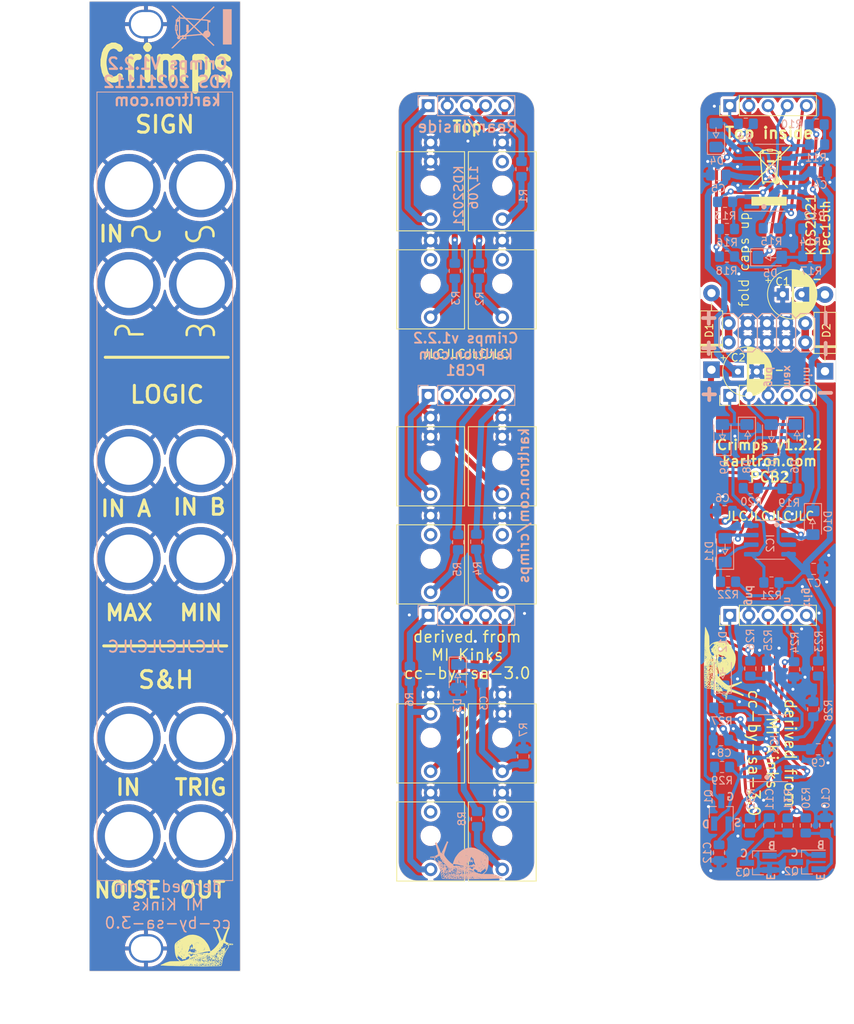
<source format=kicad_pcb>
(kicad_pcb (version 20221018) (generator pcbnew)
  (title_block (title "Crimps") (date "2021-12-15") (rev "1.2.2") (company "karltron.com") (comment 1 "Kinks Clone"))
  (layers (0 "F.Cu" signal) (31 "B.Cu" signal) (34 "B.Paste" user) (35 "F.Paste" user) (36 "B.SilkS" user "B.Silkscreen") (37 "F.SilkS" user "F.Silkscreen") (38 "B.Mask" user) (39 "F.Mask" user) (44 "Edge.Cuts" user))
  (net 0 "")
  (net 1 "GND")
  (net 2 "VEE")
  (net 3 "VCC")
  (net 4 "Net-(C11-Pad2)")
  (net 5 "Net-(J10-3)")
  (net 6 "Net-(Q2-E)")
  (net 7 "Net-(Q3-C)")
  (net 8 "Net-(IC3D-+)")
  (net 9 "Net-(D1-A)")
  (net 10 "Net-(D2-K)")
  (net 11 "Net-(D4-A)")
  (net 12 "Net-(D4-K)")
  (net 13 "Net-(D5-A)")
  (net 14 "Net-(D6-A)")
  (net 15 "Net-(D7-K)")
  (net 16 "Net-(D10-A)")
  (net 17 "Net-(D11-K)")
  (net 18 "Net-(D12-A)")
  (net 19 "Net-(D12-K)")
  (net 20 "Net-(IC1A--)")
  (net 21 "Net-(IC1C--)")
  (net 22 "Net-(IC1D--)")
  (net 23 "Net-(IC3C-+)")
  (net 24 "Net-(IC3C--)")
  (net 25 "Net-(IC3B--)")
  (net 26 "Net-(IC3A--)")
  (net 28 "TrigInT")
  (net 29 "MinOutB")
  (net 30 "MaxOutB")
  (net 31 "LogAB")
  (net 32 "LogBB")
  (net 33 "HROutB")
  (net 34 "FROutB")
  (net 35 "InvOutB")
  (net 36 "SHOutB")
  (net 37 "SHInB")
  (net 38 "NoiseB")
  (net 39 "SignInT")
  (net 40 "LogAT")
  (net 41 "LogBT")
  (net 42 "SHInT")
  (net 43 "FROutT")
  (net 44 "HROutT")
  (net 45 "InvOutT")
  (net 46 "SignInB")
  (net 47 "MaxOutT")
  (net 48 "MinOutT")
  (net 49 "SHOutT")
  (net 50 "NoiseT")
  (net 51 "TrigInB")
  (net 52 "Net-(J2-3)")
  (net 53 "Net-(J3-3)")
  (net 55 "Net-(J4-3)")
  (net 58 "Net-(J7-3)")
  (net 59 "Net-(J8-3)")
  (net 61 "Net-(J11-3)")
  (net 63 "Net-(J12-3)")
  (net 66 "Net-(Q2-B)")
  (footprint "MountingHole:SLOT-1" (layer "F.Cu") (at 68.1 40.8)
    (fp_text reference "H1" hide)
    (fp_text value "MountingHole_Pad" hide)
  )
  (footprint "MountingHole:SLOT-1" (layer "F.Cu") (at 68.1 163.3)
    (fp_text reference "H14" hide)
    (fp_text value "MountingHole_Pad" hide)
  )
  (footprint "Symbol:snail4.sm" (layer "F.Cu") (at 75.1 162.9)
    (fp_text reference "G1" hide)
    (fp_text value "Logo_Open_Hardware_Small" hide)
  )
  (footprint "MountingHole:MountingHole_6.4mm_M6_Pad" (layer "F.Cu") (at 75.35 75.2)
    (fp_text reference "H2" hide)
    (fp_text value "J1")
  )
  (footprint "MountingHole:MountingHole_6.4mm_M6_Pad" (layer "F.Cu") (at 75.35 111.65)
    (fp_text reference "H2" hide)
    (fp_text value "J1")
  )
  (footprint "MountingHole:MountingHole_6.4mm_M6_Pad" (layer "F.Cu") (at 75.35 135.4)
    (fp_text reference "H2" hide)
    (fp_text value "J1")
  )
  (footprint "MountingHole:MountingHole_6.4mm_M6_Pad" (layer "F.Cu") (at 65.85 111.65)
    (fp_text reference "H2" hide)
    (fp_text value "J1")
  )
  (footprint "MountingHole:MountingHole_6.4mm_M6_Pad" (layer "F.Cu") (at 75.35 98.65)
    (fp_text reference "H2" hide)
    (fp_text value "J1")
  )
  (footprint "MountingHole:MountingHole_6.4mm_M6_Pad" (layer "F.Cu") (at 65.85 135.4)
    (fp_text reference "H2" hide)
    (fp_text value "J1")
  )
  (footprint "MountingHole:MountingHole_6.4mm_M6_Pad" (layer "F.Cu") (at 65.85 148.4)
    (fp_text reference "H6" hide)
    (fp_text value "J2")
  )
  (footprint "k2:WQP_PJ_301M6" (layer "F.Cu") (at 115.35 62.2 180)
    (fp_text reference "J2" hide)
    (fp_text value "PJ301_THONKICONN6" hide)
  )
  (footprint "k2:WQP_PJ_301M6" (layer "F.Cu") (at 115.35 75.2 180)
    (fp_text reference "J4" hide)
    (fp_text value "PJ301_THONKICONN6" hide)
  )
  (footprint "k2:WQP_PJ_301M6" (layer "F.Cu") (at 105.85 98.65 180)
    (fp_text reference "J5" hide)
    (fp_text value "PJ301_THONKICONN6" hide)
  )
  (footprint "k2:WQP_PJ_301M6" (layer "F.Cu") (at 115.35 98.65 180)
    (fp_text reference "J6" hide)
    (fp_text value "PJ301_THONKICONN6" hide)
  )
  (footprint "k2:WQP_PJ_301M6" (layer "F.Cu") (at 115.35 111.65 180)
    (fp_text reference "J8" hide)
    (fp_text value "PJ301_THONKICONN6" hide)
  )
  (footprint "k2:WQP_PJ_301M6" (layer "F.Cu") (at 115.35 135.375 180)
    (fp_text reference "J10" hide)
    (fp_text value "PJ301_THONKICONN6" hide)
  )
  (footprint "k2:WQP_PJ_301M6" (layer "F.Cu") (at 105.85 75.2 180)
    (fp_text reference "J3" hide)
    (fp_text value "PJ301_THONKICONN6" hide)
  )
  (footprint "k2:WQP_PJ_301M6" (layer "F.Cu") (at 105.85 111.65 180)
    (fp_text reference "J7" hide)
    (fp_text value "PJ301_THONKICONN6" hide)
  )
  (footprint "MountingHole:MountingHole_6.4mm_M6_Pad" (layer "F.Cu") (at 65.85 75.2)
    (fp_text reference "H2" hide)
    (fp_text value "J1")
  )
  (footprint "MountingHole:MountingHole_6.4mm_M6_Pad" (layer "F.Cu") (at 75.35 62.2)
    (fp_text reference "H2" hide)
    (fp_text value "J1")
  )
  (footprint "k2:WQP_PJ_301M6" (layer "F.Cu") (at 105.85 135.375 180)
    (fp_text reference "J9" hide)
    (fp_text value "PJ301_THONKICONN6" hide)
  )
  (footprint "k2:WQP_PJ_301M6" (layer "F.Cu") (at 105.85 148.375 180)
    (fp_text reference "J11" hide)
    (fp_text value "PJ301_THONKICONN6" hide)
  )
  (footprint "MountingHole:MountingHole_6.4mm_M6_Pad" (layer "F.Cu") (at 75.35 148.4)
    (fp_text reference "H6" hide)
    (fp_text value "J2")
  )
  (footprint "k2:WQP_PJ_301M6" (layer "F.Cu") (at 115.35 148.375 180)
    (fp_text reference "J12" hide)
    (fp_text value "PJ301_THONKICONN6" hide)
  )
  (footprint "MountingHole:MountingHole_6.4mm_M6_Pad" (layer "F.Cu") (at 65.85 98.65)
    (fp_text reference "H6" hide)
    (fp_text value "J2")
  )
  (footprint "Connector_PinHeader_2.54mm:PinHeader_1x05_P2.54mm_Vertical" (layer "F.Cu") (at 145.52 51.6 90)
    (fp_text reference "J13" hide)
    (fp_text value "Conn_01x05_Female")
  )
  (footprint "Symbol:snail4.sm" (layer "F.Cu") (at 144.9 125.75 -90)
    (fp_text reference "G***" hide)
    (fp_text value "LOGO" hide)
  )
  (footprint "Capacitor_THT:CP_Radial_D6.3mm_P2.50mm" (layer "F.Cu") (at 146.6 86.85)
    (fp_text reference "C2")
    (fp_text value "22u")
  )
  (footprint "Capacitor_THT:CP_Radial_D6.3mm_P2.50mm" (layer "F.Cu") (at 152.55 76.6)
    (fp_text reference "C1")
    (fp_text value "22u")
  )
  (footprint "Diode_THT:D_DO-41_SOD81_P10.16mm_Horizontal" (layer "F.Cu") (at 158.15 86.8 90)
    (fp_text reference "D2")
    (fp_text value "S1JL")
  )
  (footprint "Diode_THT:D_DO-41_SOD81_P10.16mm_Horizontal" (layer "F.Cu") (at 143.1 86.6 90)
    (fp_text reference "D1")
    (fp_text value "S1JL")
  )
  (footprint "MountingHole:MountingHole_6.4mm_M6_Pad" (layer "F.Cu") (at 65.85 62.2)
    (fp_text reference "H2" hide)
    (fp_text value "J1")
  )
  (footprint "k2:WQP_PJ_301M6" (layer "F.Cu") (at 105.85 62.2 180)
    (fp_text reference "J1" hide)
    (fp_text value "PJ301_THONKICONN6" hide)
  )
  (footprint "Connector_PinHeader_2.54mm:PinHeader_1x05_P2.54mm_Vertical" (layer "F.Cu") (at 145.52 90 90)
    (fp_text reference "J14" hide)
    (fp_text value "Conn_01x05_Female")
  )
  (footprint "Connector_PinHeader_2.54mm:PinHeader_1x05_P2.54mm_Vertical" (layer "F.Cu") (at 145.52 119.15 90)
    (fp_text reference "J15" hide)
    (fp_text value "Conn_01x05_Female")
  )
  (footprint "Symbol:WEEE-Logo_5.6x8mm_SilkScreen" (layer "F.Cu") (at 150.75 60.825)
    (fp_text reference "REF**" hide)
    (fp_text value "WEEE-Logo_5.6x8mm_SilkScreen" hide)
  )
  (footprint "Symbol:snail4.sm" (layer "B.Cu") (at 110.35 151.35 180)
    (fp_text reference "G***" hide)
    (fp_text value "LOGO" hide)
  )
  (footprint "Capacitor_SMD:C_0805_2012Metric_Pad1.18x1.45mm_HandSolder" (layer "B.Cu") (at 112.8 127.1 90)
    (fp_text reference "C3")
    (fp_text value "100p")
  )
  (footprint "Diode_SMD:D_1206_3216Metric_Pad1.42x1.75mm_HandSolder" (layer "B.Cu") (at 109.45 127.15 -90)
    (fp_text reference "D3")
    (fp_text value "1N4148")
  )
  (footprint "Resistor_SMD:R_0805_2012Metric_Pad1.20x1.40mm_HandSolder" (layer "B.Cu") (at 117.9 60 90)
    (fp_text reference "R1")
    (fp_text value "180")
  )
  (footprint "Resistor_SMD:R_0805_2012Metric_Pad1.20x1.40mm_HandSolder" (layer "B.Cu") (at 112.25 73.5 90)
    (fp_text reference "R2")
    (fp_text value "180")
  )
  (footprint "Resistor_SMD:R_0805_2012Metric_Pad1.20x1.40mm_HandSolder" (layer "B.Cu") (at 109.05 73.5 90)
    (fp_text reference "R3")
    (fp_text value "180")
  )
  (footprint "Resistor_SMD:R_0805_2012Metric_Pad1.20x1.40mm_HandSolder" (layer "B.Cu") (at 109.5 109.45 90)
    (fp_text reference "R5")
    (fp_text value "180")
  )
  (footprint "Resistor_SMD:R_0805_2012Metric_Pad1.20x1.40mm_HandSolder" (layer "B.Cu") (at 111.9 109.4 90)
    (fp_text reference "R4")
    (fp_text value "180")
  )
  (footprint "Resistor_SMD:R_0805_2012Metric_Pad1.20x1.40mm_HandSolder" (layer "B.Cu") (at 103.1 126.9 90)
    (fp_text reference "R6")
    (fp_text value "180")
  )
  (footprint "Resistor_SMD:R_0805_2012Metric_Pad1.20x1.40mm_HandSolder" (layer "B.Cu") (at 112 146.15 90)
    (fp_text reference "R8")
    (fp_text value "180")
  )
  (footprint "Resistor_SMD:R_0805_2012Metric_Pad1.20x1.40mm_HandSolder" (layer "B.Cu") (at 118.15 137.85 -90)
    (fp_text reference "R7")
    (fp_text value "100k")
  )
  (footprint "Resistor_SMD:R_0805_2012Metric_Pad1.20x1.40mm_HandSolder" (layer "B.Cu") (at 154.05 126.3 -90)
    (fp_text reference "R24")
    (fp_text value "1.0M")
  )
  (footprint "Resistor_SMD:R_0805_2012Metric_Pad1.20x1.40mm_HandSolder" (layer "B.Cu") (at 155.6 147 -90)
    (fp_text reference "R30")
    (fp_text value "470k")
  )
  (footprint "Resistor_SMD:R_0805_2012Metric_Pad1.20x1.40mm_HandSolder" (layer "B.Cu") (at 144.5 139.25)
    (fp_text reference "R29")
    (fp_text value "1.0M")
  )
  (footprint "Resistor_SMD:R_0805_2012Metric_Pad1.20x1.40mm_HandSolder" (layer "B.Cu") (at 157.25 126.2 -90)
    (fp_text reference "R23")
    (fp_text value "10k")
  )
  (footprint "Resistor_SMD:R_0805_2012Metric_Pad1.20x1.40mm_HandSolder" (layer "B.Cu") (at 148.2 147 -90)
    (fp_text reference "R32")
    (fp_text value "100k")
  )
  (footprint "Resistor_SMD:R_0805_2012Metric_Pad1.20x1.40mm_HandSolder" (layer "B.Cu") (at 156.6 131.6 -90)
    (fp_text reference "R28")
    (fp_text value "100k")
  )
  (footprint "Resistor_SMD:R_0805_2012Metric_Pad1.20x1.40mm_HandSolder" (layer "B.Cu") (at 144.4 131.4 180)
    (fp_text reference "R27")
    (fp_text value "470K")
  )
  (footprint "Resistor_SMD:R_0805_2012Metric_Pad1.20x1.40mm_HandSolder" (layer "B.Cu") (at 150.5 126.2 -90)
    (fp_text reference "R25")
    (fp_text value "10k")
  )
  (footprint "Resistor_SMD:R_0805_2012Metric_Pad1.20x1.40mm_HandSolder" (layer "B.Cu") (at 148.25 126.2 90)
    (fp_text reference "R26")
    (fp_text value "1.0M")
  )
  (footprint "Resistor_SMD:R_0805_2012Metric_Pad1.20x1.40mm_HandSolder" (layer "B.Cu") (at 153.2 147 90)
    (fp_text reference "R31")
    (fp_text value "4.7k")
  )
  (footprint "Resistor_SMD:R_0805_2012Metric_Pad1.20x1.40mm_HandSolder" (layer "B.Cu") (at 151.05 114.8)
    (fp_text reference "R21")
    (fp_text value "220k")
  )
  (footprint "Resistor_SMD:R_0805_2012Metric_Pad1.20x1.40mm_HandSolder" (layer "B.Cu") (at 153.45 102.35 180)
    (fp_text reference "R19")
    (fp_text value "220k")
  )
  (footprint "Resistor_SMD:R_0805_2012Metric_Pad1.20x1.40mm_HandSolder" (layer "B.Cu") (at 145.3 114.7)
    (fp_text reference "R22")
    (fp_text value "220k")
  )
  (footprint "Resistor_SMD:R_0805_2012Metric_Pad1.20x1.40mm_HandSolder" (layer "B.Cu") (at 148.3 102.3)
    (fp_text reference "R20")
    (fp_text value "220k")
  )
  (footprint "Resistor_SMD:R_0805_2012Metric_Pad1.20x1.40mm_HandSolder" (layer "B.Cu") (at 157.1 56.75)
    (fp_text reference "R11")
    (fp_text value "200k")
  )
  (footprint "Resistor_SMD:R_0805_2012Metric_Pad1.20x1.40mm_HandSolder" (layer "B.Cu") (at 156.675 64.6)
    (fp_text reference "R12")
    (fp_text value "200k")
  )
  (footprint "Resistor_SMD:R_0805_2012Metric_Pad1.20x1.40mm_HandSolder" (layer "B.Cu") (at 156.2 67.9 180)
    (fp_text reference "R14")
    (fp_text value "100k")
  )
  (footprint "Resistor_SMD:R_0805_2012Metric_Pad1.20x1.40mm_HandSolder" (layer "B.Cu") (at 150.95 67.85 180)
    (fp_text reference "R15")
    (fp_text value "200k")
  )
  (footprint "Resistor_SMD:R_0805_2012Metric_Pad1.20x1.40mm_HandSolder" (layer "B.Cu") (at 157.05 54.1 180)
    (fp_text reference "R10")
    (fp_text value "200k")
  )
  (footprint "Resistor_SMD:R_0805_2012Metric_Pad1.20x1.40mm_HandSolder" (layer "B.Cu") (at 156.2 71.55 180)
    (fp_text reference "R17")
    (fp_text value "100k")
  )
  (footprint "Resistor_SMD:R_0805_2012Metric_Pad1.20x1.40mm_HandSolder" (layer "B.Cu") (at 145.15 67.95 180)
    (fp_text reference "R16")
    (fp_text value "100k")
  )
  (footprint "Resistor_SMD:R_0805_2012Metric_Pad1.20x1.40mm_HandSolder" (layer "B.Cu") (at 145.15 71.6 180)
    (fp_text reference "R18")
    (fp_text value "100k")
  )
  (footprint "Resistor_SMD:R_0805_2012Metric_Pad1.20x1.40mm_HandSolder" (layer "B.Cu") (at 144.9 64.35)
    (fp_text reference "R13")
    (fp_text value "200k")
  )
  (footprint "k2:AVR_ICSP" (layer "B.Cu") (at 150.45 81.7 -90)
    (fp_text reference "JP1" hide)
    (fp_text value "M05X2PTH" hide)
  )
  (footprint "Package_SO:SOIC-8_3.9x4.9mm_P1.27mm" (layer "B.Cu") (at 150.85 109.15 180)
    (fp_text reference "IC2")
    (fp_text value "TL072")
  )
  (footprint "Package_SO:SOIC-14_3.9x8.7mm_P1.27mm" (layer "B.Cu") (at 150.9 61.15)
    (fp_text reference "IC1")
    (fp_text value "TL074")
  )
  (footprint "Diode_SMD:D_1206_3216Metric_Pad1.42x1.75mm_HandSolder" (layer "B.Cu") (at 144.6 127 90)
    (fp_text reference "D12")
    (fp_text value "1N4148")
  )
  (footprint "Diode_SMD:D_1206_3216Metric_Pad1.42x1.75mm_HandSolder" (layer "B.Cu") (at 144.55 95.5125 90)
    (fp_text reference "D9")
    (fp_text value "1N4148")
  )
  (footprint "Diode_SMD:D_1206_3216Metric_Pad1.42x1.75mm_HandSolder" (layer "B.Cu") (at 151 95.5125 90)
    (fp_text reference "D7")
    (fp_text value "1N4148")
  )
  (footprint "Diode_SMD:D_1206_3216Metric_Pad1.42x1.75mm_HandSolder" (layer "B.Cu") (at 154.2 95.35 -90)
    (fp_text reference "D6")
    (fp_text value "1N4148")
  )
  (footprint "Diode_SMD:D_1206_3216Metric_Pad1.42x1.75mm_HandSolder" (layer "B.Cu") (at 147.8 95.35 -90)
    (fp_text reference "D8")
    (fp_text value "1N4148")
  )
  (footprint "Diode_SMD:D_1206_3216Metric_Pad1.42x1.75mm_HandSolder" (layer "B.Cu") (at 144.9 110.6 90)
    (fp_text reference "D11")
    (fp_text value "1N4148")
  )
  (footprint "Diode_SMD:D_1206_3216Metric_Pad1.42x1.75mm_HandSolder" (layer "B.Cu") (at 156.55 106.8 -90)
    (fp_text reference "D10")
    (fp_text value "1N4148")
  )
  (footprint "Diode_SMD:D_1206_3216Metric_Pad1.42x1.75mm_HandSolder" (layer "B.Cu") (at 150.75 71.7)
    (fp_text reference "D5")
    (fp_text value "1N4148")
  )
  (footprint "Diode_SMD:D_1206_3216Metric_Pad1.42x1.75mm_HandSolder" (layer "B.Cu") (at 143.7 55.6 90)
    (fp_text reference "D4")
    (fp_text value "1N4148")
  )
  (footprint "Capacitor_SMD:C_0805_2012Metric_Pad1.18x1.45mm_HandSolder" (layer "B.Cu") (at 158.2 147 90)
    (fp_text reference "C10")
    (fp_text value "4.7u")
  )
  (footprint "Capacitor_SMD:C_0805_2012Metric_Pad1.18x1.45mm_HandSolder" (layer "B.Cu") (at 144.1 150.6 -90)
    (fp_text reference "C12")
    (fp_text value "10n")
  )
  (footprint "Capacitor_SMD:C_0805_2012Metric_Pad1.18x1.45mm_HandSolder" (layer "B.Cu") (at 150.75 147 90)
    (fp_text reference "C11")
    (fp_text value "100n")
  )
  (footprint "Capacitor_SMD:C_0805_2012Metric_Pad1.18x1.45mm_HandSolder" (layer "B.Cu") (at 157.25 136.9 180)
    (fp_text reference "C9")
    (fp_text value "100n")
  )
  (footprint "Capacitor_SMD:C_0805_2012Metric_Pad1.18x1.45mm_HandSolder" (layer "B.Cu") (at 144.35 135.7 180)
    (fp_text reference "C8")
    (fp_text value "100n")
  )
  (footprint "Capacitor_SMD:C_0805_2012Metric_Pad1.18x1.45mm_HandSolder" (layer "B.Cu") (at 144.85 105.35 180)
    (fp_text reference "C6")
    (fp_text value "100n")
  )
  (footprint "Capacitor_SMD:C_0805_2012Metric_Pad1.18x1.45mm_HandSolder" (layer "B.Cu") (at 156.65 113 180)
    (fp_text reference "C7")
    (fp_text value "100n")
  )
  (footprint "Capacitor_SMD:C_0805_2012Metric_Pad1.18x1.45mm_HandSolder" (layer "B.Cu") (at 157.45 60.35 180)
    (fp_text reference "C4")
    (fp_text value "100n")
  )
  (footprint "Capacitor_SMD:C_0805_2012Metric_Pad1.18x1.45mm_HandSolder" (layer "B.Cu") (at 144 60.8 180)
    (fp_text reference "C5")
    (fp_text value "100n")
  )
  (footprint "Package_TO_SOT_SMD:SOT-23_Handsoldering" (layer "B.Cu") (at 155.8 151.85 180)
    (fp_text reference "Q2")
    (fp_text value "MMBT3904")
  )
  (footprint "Package_TO_SOT_SMD:SOT-23_Handsoldering" (layer "B.Cu") (at 149.3 151.95 180)
    (fp_text reference "Q3")
    (fp_text value "MMBT3904")
  )
  (footprint "Package_TO_SOT_SMD:SOT-23_Handsoldering" (layer "B.Cu") (at 144.4 145.25 90)
    (fp_text reference "Q1")
    (fp_text value "MMBFJ309")
  )
  (footprint "Resistor_SMD:R_0805_2012Metric_Pad1.20x1.40mm_HandSolder" (layer "B.Cu") (at 147.65 54 180)
    (fp_text reference "R9")
    (fp_text value "200k")
  )
  (footprint "Package_SO:SOIC-14_3.9x8.7mm_P1.27mm" (layer "B.Cu") (at 151.25 136.75)
    (fp_text reference "IC3")
    (fp_text value "OPA4171")
  )
  (footprint "Connector_PinHeader_2.54mm:PinHeader_1x05_P2.54mm_Vertical" (layer "B.Cu") (at 105.52 51.6 -90)
    (fp_text reference "J16" hide)
    (fp_text value "Conn_01x05_Male")
  )
  (footprint "Connector_PinHeader_2.54mm:PinHeader_1x05_P2.54mm_Vertical" (layer "B.Cu") (at 105.52 90 -90)
    (fp_text reference "J17" hide)
    (fp_text value "Conn_01x05_Male")
  )
  (footprint "Connector_PinHeader_2.54mm:PinHeader_1x05_P2.54mm_Vertical" (layer "B.Cu") (at 105.52 119.15 -90)
    (fp_text reference "J18" hide)
    (fp_text value "Conn_01x05_Male")
  )
  (footprint "Symbol:WEEE-Logo_5.6x8mm_SilkScreen" (layer "B.Cu") (at 75.45 41.175 -90)
    (fp_text reference "REF**" hide)
    (fp_text value "WEEE-Logo_5.6x8mm_SilkScreen" hide)
  )
  (gr_line (start 79.6 49.9) (end 79.6 154.3) (stroke (width 0.12)) (layer "B.SilkS"))
  (gr_line (start 64.55 154.3) (end 61.6 154.3) (stroke (width 0.12)) (layer "B.SilkS"))
  (gr_line (start 79.6 49.8) (end 61.6 49.8) (stroke (width 0.12)) (layer "B.SilkS"))
  (gr_line (start 79.6 154.3) (end 77.05 154.3) (stroke (width 0.12)) (layer "B.SilkS"))
  (gr_line (start 61.6 154.3) (end 61.6 49.8) (stroke (width 0.12)) (layer "B.SilkS"))
  (gr_line (start 109.45 127.4) (end 109.45 128.1) (stroke (width 0.12)) (layer "B.SilkS"))
  (gr_line (start 109.45 126.7) (end 109.05 127.4) (stroke (width 0.12)) (layer "B.SilkS"))
  (gr_line (start 109.15 127.4) (end 109.75 127.4) (stroke (width 0.12)) (layer "B.SilkS"))
  (gr_line (start 109.85 127.4) (end 109.45 126.7) (stroke (width 0.12)) (layer "B.SilkS"))
  (gr_line (start 143.3 55.2) (end 143.7 55.9) (stroke (width 0.12)) (layer "B.SilkS"))
  (gr_line (start 144 55.2) (end 143.4 55.2) (stroke (width 0.12)) (layer "B.SilkS"))
  (gr_line (start 143.7 55.9) (end 144.1 55.2) (stroke (width 0.12)) (layer "B.SilkS"))
  (gr_line (start 143.7 55.2) (end 143.7 54.5) (stroke (width 0.12)) (layer "B.SilkS"))
  (gr_line (start 150.95 71.35) (end 150.25 71.75) (stroke (width 0.12)) (layer "B.SilkS"))
  (gr_line (start 150.95 72.05) (end 150.95 71.45) (stroke (width 0.12)) (layer "B.SilkS"))
  (gr_line (start 150.25 71.75) (end 150.95 72.15) (stroke (width 0.12)) (layer "B.SilkS"))
  (gr_line (start 150.95 71.75) (end 151.65 71.75) (stroke (width 0.12)) (layer "B.SilkS"))
  (gr_line (start 144.15 95.25) (end 144.55 95.95) (stroke (width 0.12)) (layer "B.SilkS"))
  (gr_line (start 144.85 95.25) (end 144.25 95.25) (stroke (width 0.12)) (layer "B.SilkS"))
  (gr_line (start 144.55 95.95) (end 144.95 95.25) (stroke (width 0.12)) (layer "B.SilkS"))
  (gr_line (start 144.55 95.25) (end 144.55 94.55) (stroke (width 0.12)) (layer "B.SilkS"))
  (gr_line (start 154.85 95.35) (end 154.45 94.65) (stroke (width 0.12)) (layer "B.SilkS"))
  (gr_line (start 154.15 95.35) (end 154.75 95.35) (stroke (width 0.12)) (layer "B.SilkS"))
  (gr_line (start 154.45 94.65) (end 154.05 95.35) (stroke (width 0.12)) (layer "B.SilkS"))
  (gr_line (start 154.45 95.35) (end 154.45 96.05) (stroke (width 0.12)) (layer "B.SilkS"))
  (gr_line (start 148.3 95.4) (end 147.9 94.7) (stroke (width 0.12)) (layer "B.SilkS"))
  (gr_line (start 147.6 95.4) (end 148.2 95.4) (stroke (width 0.12)) (layer "B.SilkS"))
  (gr_line (start 147.9 94.7) (end 147.5 95.4) (stroke (width 0.12)) (layer "B.SilkS"))
  (gr_line (start 147.9 95.4) (end 147.9 96.1) (stroke (width 0.12)) (layer "B.SilkS"))
  (gr_line (start 150.65 95.45) (end 151.05 96.15) (stroke (width 0.12)) (layer "B.SilkS"))
  (gr_line (start 151.35 95.45) (end 150.75 95.45) (stroke (width 0.12)) (layer "B.SilkS"))
  (gr_line (start 151.05 96.15) (end 151.45 95.45) (stroke (width 0.12)) (layer "B.SilkS"))
  (gr_line (start 151.05 95.45) (end 151.05 94.75) (stroke (width 0.12)) (layer "B.SilkS"))
  (gr_line (start 144.5 110.4) (end 144.9 111.1) (stroke (width 0.12)) (layer "B.SilkS"))
  (gr_line (start 145.2 110.4) (end 144.6 110.4) (stroke (width 0.12)) (layer "B.SilkS"))
  (gr_line (start 144.9 111.1) (end 145.3 110.4) (stroke (width 0.12)) (layer "B.SilkS"))
  (gr_line (start 144.9 110.4) (end 144.9 109.7) (stroke (width 0.12)) (layer "B.SilkS"))
  (gr_line (start 156.9 107) (end 156.5 106.3) (stroke (width 0.12)) (layer "B.SilkS"))
  (gr_line (start 156.2 107) (end 156.8 107) (stroke (width 0.12)) (layer "B.SilkS"))
  (gr_line (start 156.5 106.3) (end 156.1 107) (stroke (width 0.12)) (layer "B.SilkS"))
  (gr_line (start 156.5 107) (end 156.5 107.7) (stroke (width 0.12)) (layer "B.SilkS"))
  (gr_line (start 144.2 126.8) (end 144.6 127.5) (stroke (width 0.12)) (layer "B.SilkS"))
  (gr_line (start 144.9 126.8) (end 144.3 126.8) (stroke (width 0.12)) (layer "B.SilkS"))
  (gr_line (start 144.6 127.5) (end 145 126.8) (stroke (width 0.12)) (layer "B.SilkS"))
  (gr_line (start 144.6 126.8) (end 144.6 126.1) (stroke (width 0.12)) (layer "B.SilkS"))
  (gr_line (start 62.7 84.95) (end 79 84.95) (stroke (width 0.4)) (layer "F.SilkS"))
  (gr_arc (start 69.901388 68.600317) (mid 69.024851 69.501045) (end 68.1 68.65) (stroke (width 0.33)) (layer "F.SilkS"))
  (gr_line (start 66.3 68.85) (end 66.3 68.55) (stroke (width 0.33)) (layer "F.SilkS"))
  (gr_arc (start 75.25 68.55) (mid 76.174851 67.698955) (end 77.051388 68.599683) (stroke (width 0.33)) (layer "F.SilkS"))
  (gr_line (start 73.45 68.35) (end 73.45 68.65) (stroke (width 0.33)) (layer "F.SilkS"))
  (gr_arc (start 75.25 68.7) (mid 74.325149 69.551045) (end 73.448612 68.650317) (stroke (width 0.33)) (layer "F.SilkS"))
  (gr_line (start 77.05 68.6) (end 77.05 68.9) (stroke (width 0.33)) (layer "F.SilkS"))
  (gr_line (start 75.25 68.45) (end 75.25 68.75) (stroke (width 0.33)) (layer "F.SilkS"))
  (gr_line (start 64.05 81.95) (end 64.05 81.7) (stroke (width 0.33)) (layer "F.SilkS"))
  (gr_arc (start 64.048612 81.699683) (mid 64.925149 80.798955) (end 65.85 81.65) (stroke (width 0.33)) (layer "F.SilkS"))
  (gr_line (start 67.65 81.9) (end 65.95 81.9) (stroke (width 0.33)) (layer "F.SilkS"))
  (gr_line (start 65.9 81.9) (end 65.85 81.6) (stroke (width 0.33)) (layer "F.SilkS"))
  (gr_arc (start 75.298612 81.699683) (mid 76.175149 80.798955) (end 77.1 81.65) (stroke (width 0.33)) (layer "F.SilkS"))
  (gr_line (start 77.1 82) (end 77.1 81.6) (stroke (width 0.33)) (layer "F.SilkS"))
  (gr_line (start 73.5 82) (end 73.5 81.7) (stroke (width 0.33)) (layer "F.SilkS"))
  (gr_arc (start 73.498612 81.699683) (mid 74.375149 80.798955) (end 75.3 81.65) (stroke (width 0.33)) (layer "F.SilkS"))
  (gr_line (start 69.9 68.6) (end 69.9 68.3) (stroke (width 0.33)) (layer "F.SilkS"))
  (gr_line (start 75.3 82) (end 75.3 81.6) (stroke (width 0.33)) (layer "F.SilkS"))
  (gr_arc (start 66.298612 68.549683) (mid 67.175149 67.648955) (end 68.1 68.5) (stroke (width 0.33)) (layer "F.SilkS"))
  (gr_line (start 62.5 123.2) (end 78.8 123.2) (stroke (width 0.4)) (layer "F.SilkS"))
  (gr_line (start 68.1 68.75) (end 68.1 68.45) (stroke (width 0.33)) (layer "F.SilkS"))
  (gr_line (start 80.6 37.8) (end 60.6 37.8) (stroke (width 0.05)) (layer "Edge.Cuts"))
  (gr_line (start 80.6 166.3) (end 80.6 37.8) (stroke (width 0.05)) (layer "Edge.Cuts"))
  (gr_line (start 60.6 166.3) (end 80.6 166.3) (stroke (width 0.05)) (layer "Edge.Cuts"))
  (gr_line (start 60.6 166.3) (end 60.6 37.8) (stroke (width 0.05)) (layer "Edge.Cuts"))
  (gr_line (start 117.1 154.3) (end 104.1 154.3) (stroke (width 0.05)) (layer "Edge.Cuts"))
  (gr_line (start 104.1 49.8) (end 117.1 49.8) (stroke (width 0.05)) (layer "Edge.Cuts"))
  (gr_line (start 101.6 151.8) (end 101.6 52.3) (stroke (width 0.05)) (layer "Edge.Cuts"))
  (gr_line (start 119.6 52.3) (end 119.6 151.8) (stroke (width 0.05)) (layer "Edge.Cuts"))
  (gr_arc (start 119.6 151.8) (mid 118.867767 153.567767) (end 117.1 154.3) (stroke (width 0.05)) (layer "Edge.Cuts"))
  (gr_arc (start 104.1 154.3) (mid 102.332233 153.567767) (end 101.6 151.8) (stroke (width 0.05)) (layer "Edge.Cuts"))
  (gr_arc (start 101.6 52.3) (mid 102.332233 50.532233) (end 104.1 49.8) (stroke (width 0.05)) (layer "Edge.Cuts"))
  (gr_arc (start 117.1 49.8) (mid 118.867767 50.532233) (end 119.6 52.3) (stroke (width 0.05)) (layer "Edge.Cuts"))
  (gr_arc (start 157.1 49.8) (mid 158.867767 50.532233) (end 159.6 52.3) (stroke (width 0.05)) (layer "Edge.Cuts"))
  (gr_arc (start 141.6 52.3) (mid 142.332233 50.532233) (end 144.1 49.8) (stroke (width 0.05)) (layer "Edge.Cuts"))
  (gr_arc (start 144.1 154.3) (mid 142.332233 153.567767) (end 141.6 151.8) (stroke (width 0.05)) (layer "Edge.Cuts"))
  (gr_arc (start 159.6 151.8) (mid 158.867767 153.567767) (end 157.1 154.3) (stroke (width 0.05)) (layer "Edge.Cuts"))
  (gr_line (start 159.6 52.3) (end 159.6 151.8) (stroke (width 0.05)) (layer "Edge.Cuts"))
  (gr_line (start 141.6 151.8) (end 141.6 52.3) (stroke (width 0.05)) (layer "Edge.Cuts"))
  (gr_line (start 144.1 49.8) (end 157.1 49.8) (stroke (width 0.05)) (layer "Edge.Cuts"))
  (gr_line (start 157.1 154.3) (end 144.1 154.3) (stroke (width 0.05)) (layer "Edge.Cuts"))
  (gr_text "derived from\nMI Kinks\ncc-by-sa-3.0" (at 71 157.5) (layer "B.SilkS") (effects (font (size 1.5 1.5) (thickness 0.2)) (justify mirror)))
  (gr_text "karltron.com/crimps" (at 118.2 104.6 90) (layer "B.SilkS") (effects (font (size 1.33 1.33) (thickness 0.25)) (justify mirror)))
  (gr_text "JLCJLCJLCJLC" (at 70.75 123.3) (layer "B.SilkS") (effects (font (size 1.5 1.5) (thickness 0.25)) (justify mirror)))
  (gr_text "Crimps V1.2.2\nKDS 20211112\nkarltron.com" (at 70.95 48.45) (layer "B.SilkS") (effects (font (size 1.5 1.5) (thickness 0.3)) (justify mirror)))
  (gr_text "Crimps v1.2.2\nkarltron.com\nPCB1" (at 110.5 84.55) (layer "B.SilkS") (effects (font (size 1.33 1.33) (thickness 0.25)) (justify mirror)))
  (gr_text "KDS2021\n11/06" (at 110.55 59.4 90) (layer "B.SilkS") (effects (font (size 1.2 1.2) (thickness 0.2)) (justify left mirror)))
  (gr_text "Rear/Inside" (at 110.75 54.4) (layer "B.SilkS") (effects (font (size 1.5 1.5) (thickness 0.25)) (justify mirror)))
  (gr_text "." (at 150.45 139.8) (layer "B.SilkS") (effects (font (size 2 2) (thickness 0.5)) (justify mirror)))
  (gr_text "." (at 150.05 64.2) (layer "B.SilkS") (effects (font (size 2 2) (thickness 0.5)) (justify mirror)))
  (gr_text "." (at 151.75 106.35) (layer "B.SilkS") (effects (font (size 2 2) (thickness 0.5)) (justify mirror)))
  (gr_text "D" (at 142.35 146.75 180) (layer "B.SilkS") (effects (font (size 1 1) (thickness 0.2))))
  (gr_text "S" (at 146.55 146.65) (layer "B.SilkS") (effects (font (size 1 1) (thickness 0.2)) (justify mirror)))
  (gr_text "G" (at 145.6 143.2) (layer "B.SilkS") (effects (font (size 1 1) (thickness 0.2)) (justify mirror)))
  (gr_text "C" (at 147.4 150.6 180) (layer "B.SilkS") (effects (font (size 1 1) (thickness 0.2))))
  (gr_text "E" (at 151 153.8 90) (layer "B.SilkS") (effects (font (size 1 1) (thickness 0.2))))
  (gr_text "B" (at 151.1 149.7) (layer "B.SilkS") (effects (font (size 1 1) (thickness 0.2)) (justify mirror)))
  (gr_text "E" (at 157.6 153.8 90) (layer "B.SilkS") (effects (font (size 1 1) (thickness 0.2))))
  (gr_text "C" (at 154.1 150.5 180) (layer "B.SilkS") (effects (font (size 1 1) (thickness 0.2))))
  (gr_text "B" (at 157.6 149.6) (layer "B.SilkS") (effects (font (size 1 1) (thickness 0.2)) (justify mirror)))
  (gr_text "gnd" (at 148.2 116.5 270) (layer "B.SilkS") (effects (font (size 1 1) (thickness 0.2)) (justify mirror)))
  (gr_text "gnd" (at 150.85 87.55 270) (layer "B.SilkS") (effects (font (size 1 1) (thickness 0.2)) (justify mirror)))
  (gr_text "+ +" (at 142.6 81.75 90) (layer "B.SilkS") (effects (font (size 2 2) (thickness 0.5)) (justify mirror)))
  (gr_text "in" (at 153.25 117.35 -90) (layer "B.SilkS") (effects (font (size 1 1) (thickness 0.2)) (justify mirror)))
  (gr_text "-" (at 158.2 89.8 180) (layer "B.SilkS") (effects (font (size 2 2) (thickness 0.5)) (justify mirror)))
  (gr_text "+" (at 142.8 90 180) (layer "B.SilkS") (effects (font (size 2 2) (thickness 0.5)) (justify mirror)))
  (gr_text "min" (at 155.85 87.55 -90) (layer "B.SilkS") (effects (font (size 1 1) (thickness 0.2)) (justify mirror)))
  (gr_text "max" (at 153.25 87.55 -90) (layer "B.SilkS") (effects (font (size 1 1) (thickness 0.2)) (justify mirror)))
  (gr_text "trig" (at 155.85 116.75 -90) (layer "B.SilkS") (effects (font (size 1 1) (thickness 0.2)) (justify mirror)))
  (gr_text "- -" (at 158.1 81.8 90) (layer "B.SilkS") (effects (font (size 2 2) (thickness 0.5)) (justify mirror)))
  (gr_text "Crimps" (at 70.8 46.1) (layer "F.SilkS") (effects (font (size 4.5 3.5) (thickness 0.8))))
  (gr_text "JLCJLCJLCJLC" (at 110.5 84.5) (layer "F.SilkS") (effects (font (size 1.1 1.1) (thickness 0.17))))
  (gr_text "Top" (at 110.7 54.4) (layer "F.SilkS") (effects (font (size 1.5 1.5) (thickness 0.3))))
  (gr_text "SIGN" (at 70.6 54.1) (layer "F.SilkS") (effects (font (size 2.25 2.25) (thickness 0.4))))
  (gr_text "IN" (at 63.5 68.6) (layer "F.SilkS") (effects (font (size 2.1 2.1) (thickness 0.4))))
  (gr_text "MAX" (at 65.85 118.8) (layer "F.SilkS") (effects (font (size 2.1 2.1) (thickness 0.4))))
  (gr_text "OUT" (at 75.6 155.55) (layer "F.SilkS") (effects (font (size 2.1 2.1) (thickness 0.4))))
  (gr_text "IN" (at 65.75 141.95) (layer "F.SilkS") (effects (font (size 2.1 2.1) (thickness 0.4))))
  (gr_text "NOISE" (at 65.7 155.55) (layer "F.SilkS") (effects (font (size 2.1 2) (thickness 0.4))))
  (gr_text "TRIG" (at 75.35 141.95) (layer "F.SilkS") (effects (font (size 2.1 2.1) (thickness 0.4))))
  (gr_text "S&H" (at 70.75 127.7) (layer "F.SilkS") (effects (font (size 2.25 2.25) (thickness 0.4))))
  (gr_text "Top inside" (at 150.75 55.225) (layer "F.SilkS") (effects (font (size 1.5 1.5) (thickness 0.3))))
  (gr_text "JLCJLCJLCJLC" (at 150.8 106) (layer "F.SilkS") (effects (font (size 1.15 1.15) (thickness 0.2))))
  (gr_text "KDS2021\nDec15th" (at 157.25 71.6 90) (layer "F.SilkS") (effects (font (size 1.2 1.2) (thickness 0.2)) (justify left)))
  (gr_text "Crimps v1.2.2\nkarltron.com\nPCB2" (at 150.8 98.7) (layer "F.SilkS") (effects (font (size 1.33 1.33) (thickness 0.25))))
  (gr_text "-" (at 152.1 86.75 180) (layer "F.SilkS") (effects (font (size 1 1) (thickness 0.2)) (justify mirror)))
  (gr_text "-" (at 157.1 74.7 180) (layer "F.SilkS") (effects (font (size 1 1) (thickness 0.2)) (justify mirror)))
  (gr_text "derived from\nMI Kinks\ncc-by-sa-3.0" (at 110.7 124.4) (layer "F.SilkS") (effects (font (size 1.5 1.5) (thickness 0.2))))
  (gr_text "derived from\nMI Kinks\ncc-by-sa-3.0" (at 151.15 137.4 -90) (layer "F.SilkS") (effects (font (size 1.5 1.5) (thickness 0.2))))
  (gr_text "MIN" (at 75.4 118.8) (layer "F.SilkS") (effects (font (size 2.1 2.1) (thickness 0.4))))
  (gr_text "IN A" (at 65.45 105) (layer "F.SilkS") (effects (font (size 2.1 2.1) (thickness 0.4))))
  (gr_text "LOGIC" (at 70.9 89.9) (layer "F.SilkS") (effects (font (size 2.25 2.25) (thickness 0.4))))
  (gr_text "fold caps up" (at 147.4 72 90) (layer "F.SilkS") (effects (font (size 1.3 1.3))))
  (gr_text "IN B" (at 75.2 104.8) (layer "F.SilkS") (effects (font (size 2.1 2.1) (thickness 0.4))))
  (via (at 158.75 135.35) (size 0.8) (drill 0.4) (layers "F.Cu" "B.Cu") (net 1))
  (via (at 144.25 110.6) (size 0.8) (drill 0.4) (layers "F.Cu" "B.Cu") (net 1))
  (via (at 103.025 119.1) (size 0.8) (drill 0.4) (layers "F.Cu" "B.Cu") (net 1))
  (via (at 158.375 114.725) (size 0.8) (drill 0.4) (layers "F.Cu" "B.Cu") (net 1))
  (via (at 144.6 103.4) (size 0.8) (drill 0.4) (layers "F.Cu" "B.Cu") (net 1))
  (via (at 146.8 130.6) (size 0.8) (drill 0.4) (layers "F.Cu" "B.Cu") (net 1))
  (via (at 158.65 111.2) (size 0.8) (drill 0.4) (layers "F.Cu" "B.Cu") (net 1))
  (via (at 110.8 56.3) (size 0.8) (drill 0.4) (layers "F.Cu" "B.Cu") (net 1))
  (via (at 111.775 122.6) (size 0.8) (drill 0.4) (layers "F.Cu" "B.Cu") (net 1))
  (via (at 150 143.65) (size 0.8) (drill 0.4) (layers "F.Cu" "B.Cu") (net 1))
  (via (at 153.9 128.95) (size 0.8) (drill 0.4) (layers "F.Cu" "B.Cu") (net 1))
  (via (at 150 99.2) (size 0.8) (drill 0.4) (layers "F.Cu" "B.Cu") (net 1))
  (via (at 146.55 59.7) (size 0.8) (drill 0.4) (layers "F.Cu" "B.Cu") (net 1))
  (via (at 146.55 127.575) (size 0.8) (drill 0.4) (layers "F.Cu" "B.Cu") (net 1))
  (via (at 155 73.35) (size 0.8) (drill 0.4) (layers "F.Cu" "B.Cu") (net 1))
  (via (at 152.05 123.5) (size 0.8) (drill 0.4) (layers "F.Cu" "B.Cu") (net 1))
  (via (at 143.35 137.5) (size 0.8) (drill 0.4) (layers "F.Cu" "B.Cu") (net 1))
  (via (at 146 134.175) (size 0.8) (drill 0.4) (layers "F.Cu" "B.Cu") (net 1))
  (via (at 157.35 118.85) (size 0.8) (drill 0.4) (layers "F.Cu" "B.Cu") (net 1))
  (via (at 144.3 120.9) (size 0.8) (drill 0.4) (layers "F.Cu" "B.Cu") (net 1))
  (via (at 146.6 148.4) (size 0.8) (drill 0.4) (layers "F.Cu" "B.Cu") (net 1))
  (via (at 142.7 144.5) (size 0.8) (drill 0.4) (layers "F.Cu" "B.Cu") (net 1))
  (via (at 155.15 115.35) (size 0.8) (drill 0.4) (layers "F.Cu" "B.Cu") (net 1))
  (via (at 149.3 129.1) (size 0.8) (drill 0.4) (layers "F.Cu" "B.Cu") (net 1))
  (via (at 153 100.4) (size 0.8) (drill 0.4) (layers "F.Cu" "B.Cu") (net 1))
  (via (at 153.8 141.8) (size 0.8) (drill 0.4) (layers "F.Cu" "B.Cu") (net 1))
  (via (at 150.275 61.3) (size 0.8) (drill 0.4) (layers "F.Cu" "B.Cu") (net 1))
  (via (at 142.6 59) (size 0.8) (drill 0.4) (layers "F.Cu" "B.Cu") (net 1))
  (via (at 146.725 73.9) (size 0.8) (drill 0.4) (layers "F.Cu" "B.Cu") (net 1))
  (via (at 146.2 95.4) (size 0.8) (drill 0.4) (layers "F.Cu" "B.Cu") (net 1))
  (via (at 155.5 127.35) (size 0.8) (drill 0.4) (layers "F.Cu" "B.Cu") (net 1))
  (via (at 118.3 118.9) (size 0.8) (drill 0.4) (layers "F.Cu" "B.Cu") (net 1))
  (via (at 155.15 59.4) (size 0.8) (drill 0.4) (layers "F.Cu" "B.Cu") (net 1))
  (via (at 144.25 123.6) (size 0.8) (drill 0.4) (layers "F.Cu" "B.Cu") (net 1))
  (via (at 149.475 123.775) (size 0.8) (drill 0.4) (layers "F.Cu" "B.Cu") (net 1))
  (via (at 155.05 120.95) (size 0.8) (drill 0.4) (layers "F.Cu" "B.Cu") (net 1))
  (via (at 153.125 131.625) (size 0.8) (drill 0.4) (layers "F.Cu" "B.Cu") (net 1))
  (via (at 143.2 134.2) (size 0.8) (drill 0.4) (layers "F.Cu" "B.Cu") (net 1))
  (via (at 150.4 135.5) (size 0.8) (drill 0.4) (layers "F.Cu" "B.Cu") (net 1))
  (via (at 156 95.4) (size 0.8) (drill 0.4) (layers "F.Cu" "B.Cu") (net 1))
  (via (at 146.6 57.6) (size 0.8) (drill 0.4) (layers "F.Cu" "B.Cu") (net 1))
  (via (at 158.55 138.7) (size 0.8) (drill 0.4) (layers "F.Cu" "B.Cu") (net 1))
  (via (at 155.15 62.55) (size 0.8) (drill 0.4) (layers "F.Cu" "B.Cu") (net 1))
  (via (at 158.8 61.75) (size 0.8) (drill 0.4) (layers "F.Cu" "B.Cu") (net 1))
  (via (at 152.6 153.2) (size 0.8) (drill 0.4) (layers "F.Cu" "B.Cu") (net 1))
  (via (at 153.6 68.8) (size 0.8) (drill 0.4) (layers "F.Cu" "B.Cu") (net 1))
  (via (at 146.6 62.15) (size 0.8) (drill 0.4) (layers "F.Cu" "B.Cu") (net 1))
  (via (at 158.45 58.7) (size 0.8) (drill 0.4) (layers "F.Cu" "B.Cu") (net 1))
  (via (at 158.05 144.425) (size 0.8) (drill 0.4) (layers "F.Cu" "B.Cu") (net 1))
  (via (at 143 153) (size 0.8) (drill 0.4) (layers "F.Cu" "B.Cu") (net 1))
  (via (at 153.8 105.7) (size 0.8) (drill 0.4) (layers "F.Cu" "B.Cu") (net 1))
  (via (at 143.475 51.675) (size 0.8) (drill 0.4) (layers "F.Cu" "B.Cu") (net 1))
  (via (at 147.65 70.35) (size 0.8) (drill 0.4) (layers "F.Cu" "B.Cu") (net 1))
  (segment (start 158.675 61.05) (end 158.1875 60.25) (width 0.4) (layer "B.Cu") (net 1))
  (segment (start 149.155 62.42) (end 150.275 61.3) (width 0.4) (layer "B.Cu") (net 1))
  (segment (start 148.425 62.42) (end 149.155 62.42) (width 0.4) (layer "B.Cu") (net 1))
  (segment (start 158.8 61.75) (end 158.675 61.05) (width 0.4) (layer "B.Cu") (net 1))
  (segment (start 158.14 76.65) (end 158.15 76.64) (width 0.8) (layer "B.Cu") (net 2))
  (segment (start 146.45 114.7) (end 148.3 116.55) (width 0.4) (layer "B.Cu") (net 2))
  (segment (start 155.2125 61.15) (end 153.375 61.15) (width 0.8) (layer "B.Cu") (net 2))
  (segment (start 156.376001 88.549999) (end 156.376001 85.293997) (width 0.8) (layer "B.Cu") (net 2))
  (segment (start 155.6125 113) (end 155.27 113) (width 0.8) (layer "B.Cu") (net 2))
  (segment (start 157.069801 78.819801) (end 154.9 76.65) (width 0.8) (layer "B.Cu") (net 2))
  (segment (start 156.376001 85.293997) (end 157.069801 84.600197) (width 0.8) (layer "B.Cu") (net 2))
  (segment (start 153.8125 114.8) (end 155.6125 113) (width 0.4) (layer "B.Cu") (net 2))
  (segment (start 158.9 128.4) (end 158.85 127.4) (width 0.8) (layer "B.Cu") (net 2))
  (segment (start 152.05 116.05) (end 152.05 114.8) (width 0.4) (layer "B.Cu") (net 2))
  (segment (start 154.9 76.65) (end 158.14 76.65) (width 1.5) (layer "B.Cu") (net 2))
  (segment (start 153.725 136.75) (end 154.7 136.75) (width 0.8) (layer "B.Cu") (net 2))
  (segment (start 151.55 116.55) (end 152.05 116.05) (width 0.4) (layer "B.Cu") (net 2))
  (segment (start 146.3 114.7) (end 146.45 114.7) (width 0.4) (layer "B.Cu") (net 2))
  (segment (start 158.8 109.0875) (end 158.8 90.973998) (width 0.8) (layer "B.Cu") (net 2))
  (segment (start 158.8 90.973998) (end 156.376001 88.549999) (width 0.8) (layer "B.Cu") (net 2))
  (segment (start 148.3 116.55) (end 151.55 116.55) (width 0.4) (layer "B.Cu") (net 2))
  (segment (start 158.65 118.35) (end 155.6125 113) (width 0.8) (layer "B.Cu") (net 2))
  (segment (start 156.2625 136.75) (end 156.55 136.7) (width 0.8) (layer "B.Cu") (net 2))
  (segment (start 158.90001 70.94999) (end 158.9 63.6) (width 0.8) (layer "B.Cu") (net 2))
  (segment (start 158.85 127.4) (end 158.65 118.35) (width 0.8) (layer "B.Cu") (net 2))
  (segment (start 155.27 113) (end 153.325 111.055) (width 0.8) (layer "B.Cu") (net 2))
  (segment (start 157.069801 84.600197) (end 157.069801 78.819801) (width 0.8) (layer "B.Cu") (net 2))
  (segment (start 152.05 114.8) (end 153.8125 114.8) (width 0.4) (layer "B.Cu") (net 2))
  (segment (start 156.55 136.7) (end 158.85 132.9) (width 0.8) (layer "B.Cu") (net 2))
  (segment (start 158.921585 128.421585) (end 158.9 128.4) (width 0.8) (layer "B.Cu") (net 2))
  (segment (start 158.65 72.9) (end 158.65 71.2) (width 0.8) (layer "B.Cu") (net 2))
  (segment (start 153.725 136.75) (end 156.2625 136.75) (width 0.8) (layer "B.Cu") (net 2))
  (segment (start 158.85 132.9) (end 158.921585 128.421585) (width 0.8) (layer "B.Cu") (net 2))
  (segment (start 155.6125 113) (end 155.6125 112.275) (width 0.8) (layer "B.Cu") (net 2))
  (segment (start 158.65 71.2) (end 158.90001 70.94999) (width 0.8) (layer "B.Cu") (net 2))
  (segment (start 155.2125 113.4) (end 155.6125 113) (width 0.4) (layer "B.Cu") (net 2))
  (segment (start 156.1125 60.25) (end 155.2125 61.15) (width 0.8) (layer "B.Cu") (net 2))
  (segment (start 154.9 76.65) (end 158.65 72.9) (width 0.8) (layer "B.Cu") (net 2))
  (segment (start 158.9 63.6) (end 156.1125 60.25) (width 0.8) (layer "B.Cu") (net 2))
  (segment (start 155.6125 112.275) (end 158.8 109.0875) (width 0.8) (layer "B.Cu") (net 2))
  (segment (start 147.95 123.75) (end 147.5 123.7) (width 0.4) (layer "F.Cu") (net 3))
  (segment (start 144.65 134.2) (end 142.9 132.05) (width 0.8) (layer "F.Cu") (net 3))
  (segment (start 149 100.4) (end 142.9 100.05) (width 0.4) (layer "F.Cu") (net 3))
  (segment (start 144.925 106.725) (end 143.2 106.725) (width 0.8) (layer "F.Cu") (net 3))
  (segment (start 142.9 101.1) (end 142.9 106.425) (width 0.8) (layer "F.Cu") (net 3))
  (segment (start 142.9 89.3) (end 142.9 101.1) (width 0.8) (layer "F.Cu") (net 3))
  (segment (start 142.9 132.05) (end 142.9 123.7) (width 0.8) (layer "F.Cu") (net 3))
  (segment (start 150.2 136.9) (end 151.35 140.75) (width 0.4) (layer "F.Cu") (net 3))
  (segment (start 143.1 86.75) (end 146.15 86.75) (width 1.5) (layer "F.Cu") (net 3))
  (segment (start 143 88.4) (end 142.9 89.3) (width 0.8) (layer "F.Cu") (net 3))
  (segment (start 143.2 106.725) (end 142.9 106.425) (width 0.8) (layer "F.Cu") (net 3))
  (segment (start 142.9 123.7) (end 142.9 108.15) (width 0.8) (layer "F.Cu") (net 3))
  (segment (start 142.9 106.425) (end 142.9 108.15) (width 0.8) (layer "F.Cu") (net 3))
  (segment (start 151.35 140.75) (end 154.4 145.1) (width 0.4) (layer "F.Cu") (net 3))
  (segment (start 147.5 123.7) (end 142.9 121.6) (width 0.4) (layer "F.Cu") (net 3))
  (segment (start 143.1 86.6) (end 143 88.4) (width 0.8) (layer "F.Cu") (net 3))
  (via (at 150.2 136.9) (size 0.8) (drill 0.4) (layers "F.Cu" "B.Cu") (net 3))
  (via (at 144.65 134.2) (size 1) (drill 0.5) (layers "F.Cu" "B.Cu") (net 3))
  (via (at 147.95 123.75) (size 0.8) (drill 0.4) (layers "F.Cu" "B.Cu") (net 3))
  (via (at 154.4 145.1) (size 0.8) (drill 0.4) (layers "F.Cu" "B.Cu") (net 3))
  (via (at 149 100.4) (size 0.8) (drill 0.4) (layers "F.Cu" "B.Cu") (net 3))
  (via (at 144.925 106.65) (size 1) (drill 0.5) (layers "F.Cu" "B.Cu") (net 3))
  (segment (start 144.9 134.825) (end 145.3875 135.7) (width 0.8) (layer "B.Cu") (net 3))
  (segment (start 147.95 123.75) (end 148.25 125.1) (width 0.4) (layer "B.Cu") (net 3))
  (segment (start 146.55 60.975) (end 145.0375 60.55) (width 0.8) (layer "B.Cu") (net 3))
  (segment (start 149.3 102.3) (end 150.7 102.3) (width 0.4) (layer "B.Cu") (net 3))
  (segment (start 150.05 136.75) (end 150.2 136.9) (width 0.4) (layer "B.Cu") (net 3))
  (segment (start 148.775 136.75) (end 150.05 136.75) (width 0.4) (layer "B.Cu") (net 3))
  (segment (start 153.925 145.275) (end 153.2 146) (width 0.4) (layer "B.Cu") (net 3))
  (segment (start 144.15 62.25) (end 144.9 61.75) (width 0.8) (layer "B.Cu") (net 3))
  (segment (start 144.925 106.725) (end 145.7375 106.1875) (width 0.8) (layer "B.Cu") (net 3))
  (segment (start 144.800001 78.721093) (end 144.800001 75.173999) (width 0.8) (layer "B.Cu") (net 3))
  (segment (start 150.7 102.3) (end 150.9 102.3) (width 0.4) (layer "B.Cu") (net 3))
  (segment (start 142.59999 72.973988) (end 142.6 63.55) (width 0.8) (layer "B.Cu") (net 3))
  (segment (start 143.830199 84.430199) (end 143.830199 79.690895) (width 0.8) (layer "B.Cu") (net 3))
  (segment (start 144.65 134.2) (end 144.9 134.825) (width 0.8) (layer "B.Cu") (net 3))
  (segment (start 143.830199 79.690895) (end 144.800001 78.721093) (width 0.8) (layer "B.Cu") (net 3))
  (segment (start 150.9 101.3) (end 150 100.4) (width 0.4) (layer "B.Cu") (net 3))
  (segment (start 154.1 145.1) (end 153.925 145.275) (width 0.4) (layer "B.Cu") (net 3))
  (segment (start 146.6 136.45) (end 145.3875 135.7) (width 0.8) (layer "B.Cu") (net 3))
  (segment (start 148.775 136.75) (end 146.6 136.45) (width 0.8) (layer "B.Cu") (net 3))
  (segment (start 154.925 145.275) (end 155.7 146.05) (width 0.4) (layer "B.Cu") (net 3))
  (segment (start 150 100.4) (end 149 100.4) (width 0.4) (layer "B.Cu") (net 3))
  (segment (start 154.4 145.1) (end 154.1 145.1) (width 0.4) (layer "B.Cu") (net 3))
  (segment (start 148.25 125.1) (end 147.95 125.5) (width 0.4) (layer "B.Cu") (net 3))
  (segment (start 146.6 87.2) (end 143.830199 84.430199) (width 0.8) (layer "B.Cu") (net 3))
  (segment (start 147.74 106.61) (end 148.375 107.245) (width 0.8) (layer "B.Cu") (net 3))
  (segment (start 153.925 145.275) (end 154.925 145.275) (width 0.4) (layer "B.Cu") (net 3))
  (segment (start 150.9 102.3) (end 150.9 101.3) (width 0.4) (layer "B.Cu") (net 3))
  (segment (start 152.4 102.3) (end 152.45 102.35) (width 0.4) (layer "B.Cu") (net 3))
  (segment (start 148.425 61.15) (end 146.55 60.975) (width 0.8) (layer "B.Cu") (net 3))
  (segment (start 145.7375 106.1875) (end 145.7375 105.4) (width 0.8) (layer "B.Cu") (net 3))
  (segment (start 142.84999 62.98751) (end 144.15 62.25) (width 0.8) (layer "B.Cu") (net 3))
  (segment (start 142.6 63.55) (end 142.84999 62.98751) (width 0.8) (layer "B.Cu") (net 3))
  (segment (start 144.800001 75.173999) (end 142.59999 72.973988) (width 0.8) (layer "B.Cu") (net 3))
  (segment (start 144.9 61.75) (end 145.0375 60.8) (width 0.8) (layer "B.Cu") (net 3))
  (segment (start 150.9 102.3) (end 152.4 102.3) (width 0.4) (layer "B.Cu") (net 3))
  (segment (start 146.53 105.4) (end 147.74 106.61) (width 0.8) (layer "B.Cu") (net 3))
  (segment (start 145.7375 105.4) (end 146.53 105.4) (width 0.8) (layer "B.Cu") (net 3))
  (segment (start 148.7125 148) (end 150.75 145.9625) (width 0.4) (layer "B.Cu") (net 4))
  (segment (start 148.35 148) (end 148.7125 148) (width 0.4) (layer "B.Cu") (net 4))
  (segment (start 112.65 137.15) (end 115.35 139.82) (width 0.8) (layer "B.Cu") (net 5))
  (segment (start 116.75 138.95) (end 115.35 139.82) (width 0.8) (layer "B.Cu") (net 5))
  (segment (start 112.8 128.1375) (end 112.65 137.15) (width 0.8) (layer "B.Cu") (net 5))
  (segment (start 118.15 138.85) (end 116.75 138.95) (width 0.8) (layer "B.Cu") (net 5))
  (segment (start 158.2 152.8) (end 159 152) (width 0.4) (layer "B.Cu") (net 6))
  (segment (start 155.7 148.05) (end 158.2375 148.05) (width 0.4) (layer "B.Cu") (net 6))
  (segment (start 158.2375 148.05) (end 158.25 148.0375) (width 0.4) (layer "B.Cu") (net 6))
  (segment (start 159 152) (end 159 148.8375) (width 0.4) (layer "B.Cu") (net 6))
  (segment (start 159 148.8375) (end 158.2 148.0375) (width 0.4) (layer "B.Cu") (net 6))
  (segment (start 157.3 152.8) (end 158.2 152.8) (width 0.4) (layer "B.Cu") (net 6))
  (segment (start 153.2 148) (end 150.7875 148) (width 0.4) (layer "B.Cu") (net 7))
  (segment (start 150.75 148.05) (end 147.8 151) (width 0.4) (layer "B.Cu") (net 7))
  (segment (start 150.7875 148) (end 150.75 148.0375) (width 0.4) (layer "B.Cu") (net 7))
  (segment (start 150.75 148.0375) (end 150.75 148.05) (width 0.4) (layer "B.Cu") (net 7))
  (segment (start 147.8 151) (end 147.8 151.95) (width 0.4) (layer "B.Cu") (net 7))
  (segment (start 152.761458 138.02) (end 151.4 138.85) (width 0.4) (layer "B.Cu") (net 8))
  (segment (start 153.725 138.02) (end 152.761458 138.02) (width 0.4) (layer "B.Cu") (net 8))
  (segment (start 148.8 142.5) (end 147.3 143.75) (width 0.4) (layer "B.Cu") (net 8))
  (segment (start 151.4 138.85) (end 150.5 141.25) (width 0.4) (layer "B.Cu") (net 8))
  (segment (start 145.35 147.65) (end 144.1 148.9) (width 0.4) (layer "B.Cu") (net 8))
  (segment (start 144.1 148.9) (end 144.1 149.5625) (width 0.4) (layer "B.Cu") (net 8))
  (segment (start 150.5 141.25) (end 148.8 142.5) (width 0.4) (layer "B.Cu") (net 8))
  (segment (start 146.65 145.2) (end 145.35 146.75) (width 0.4) (layer "B.Cu") (net 8))
  (segment (start 145.35 146.75) (end 145.35 147.65) (width 0.4) (layer "B.Cu") (net 8))
  (segment (start 145.35 146.75) (end 145.35 146.45) (width 0.4) (layer "B.Cu") (net 8))
  (segment (start 147.3 143.75) (end 146.65 145.2) (width 0.4) (layer "B.Cu") (net 8))
  (segment (start 145.37 82.97) (end 145.37 80.43) (width 1) (layer "F.Cu") (net 9))
  (segment (start 145.37 80.43) (end 144.855 78.345) (width 1) (layer "F.Cu") (net 9))
  (segment (start 144.855 78.345) (end 143.1 76.59) (width 1) (layer "F.Cu") (net 9))
  (segment (start 155.53 82.97) (end 155.53 84.18) (width 1) (layer "F.Cu") (net 10))
  (segment (start 155.53 80.43) (end 155.53 82.97) (width 1) (layer "F.Cu") (net 10))
  (segment (start 155.53 84.18) (end 158.15 86.8) (width 1) (layer "F.Cu") (net 10))
  (segment (start 151.590984 64.915984) (end 151.925 63.35) (width 0.4) (layer "F.Cu") (net 11))
  (segment (start 151.4 65.9) (end 151.590984 64.915984) (width 0.4) (layer "F.Cu") (net 11))
  (segment (start 151.925 61.75) (end 151.025 60.325) (width 0.4) (layer "F.Cu") (net 11))
  (segment (start 151.925 63.35) (end 151.925 61.75) (width 0.4) (layer "F.Cu") (net 11))
  (segment (start 151 68.55) (end 151.4 65.9) (width 0.4) (layer "F.Cu") (net 11))
  (segment (start 150.8 70.8) (end 151 68.55) (width 0.4) (layer "F.Cu") (net 11))
  (via (at 151.025 60.325) (size 0.8) (drill 0.4) (layers "F.Cu" "B.Cu") (net 11))
  (via (at 150.8 70.8) (size 0.8) (drill 0.4) (layers "F.Cu" "B.Cu") (net 11))
  (segment (start 145.2 54.4) (end 144.75 53.95) (width 0.4) (layer "B.Cu") (net 11))
  (segment (start 144.75 53.95) (end 143.7 53.95) (width 0.4) (layer "B.Cu") (net 11))
  (segment (start 149.4 57.34) (end 148.425 57.34) (width 0.4) (layer "B.Cu") (net 11))
  (segment (start 145.2 54.8) (end 145.2 54.4) (width 0.4) (layer "B.Cu") (net 11))
  (segment (start 148.425 56.825) (end 148.2 56.6) (width 0.4) (layer "B.Cu") (net 11))
  (segment (start 150.6 58) (end 149.4 57.34) (width 0.4) (layer "B.Cu") (net 11))
  (segment (start 147 56.6) (end 145.2 54.8) (width 0.4) (layer "B.Cu") (net 11))
  (segment (start 150.8 70.8) (end 150.2 71.4) (width 0.4) (layer "B.Cu") (net 11))
  (segment (start 148.2 56.6) (end 147 56.6) (width 0.4) (layer "B.Cu") (net 11))
  (segment (start 150.2 71.4) (end 149.2625 71.7) (width 0.4) (layer "B.Cu") (net 11))
  (segment (start 148.425 57.34) (end 148.425 56.825) (width 0.4) (layer "B.Cu") (net 11))
  (segment (start 151.025 60.325) (end 150.6 58) (width 0.4) (layer "B.Cu") (net 11))
  (segment (start 143.759314 59.990686) (end 143.759314 70.340686) (width 0.4) (layer "F.Cu") (net 12))
  (segment (start 145.9 56.475) (end 147.275 55.35) (width 0.4) (layer "F.Cu") (net 12))
  (segment (start 145.146748 58.446748) (end 143.759314 59.990686) (width 0.4) (layer "F.Cu") (net 12))
  (segment (start 145.146748 58.446748) (end 145.9 56.475) (width 0.4) (layer "F.Cu") (net 12))
  (via (at 145.146748 58.446748) (size 0.8) (drill 0.4) (layers "F.Cu" "B.Cu") (net 12))
  (via (at 143.759314 70.340686) (size 0.8) (drill 0.4) (layers "F.Cu" "B.Cu") (net 12))
  (via (at 147.275 55.35) (size 0.8) (drill 0.4) (layers "F.Cu" "B.Cu") (net 12))
  (segment (start 144.4875 56.8875) (end 145.3 57.7) (width 0.4) (layer "B.Cu") (net 12))
  (segment (start 145.3 57.7) (end 146.21 58.61) (width 0.4) (layer "B.Cu") (net 12))
  (segment (start 143.759314 70.340686) (end 143.759314 71.209314) (width 0.4) (layer "B.Cu") (net 12))
  (segment (start 143.7 56.8875) (end 144.4875 56.8875) (width 0.4) (layer "B.Cu") (net 12))
  (segment (start 147.275 55.35) (end 148.7 54.2) (width 0.4) (layer "B.Cu") (net 12))
  (segment (start 145.5 58) (end 145.146748 58.446748) (width 0.4) (layer "B.Cu") (net 12))
  (segment (start 146.21 58.61) (end 148.425 58.61) (width 0.4) (layer "B.Cu") (net 12))
  (segment (start 143.759314 71.209314) (end 144.15 71.6) (width 0.4) (layer "B.Cu") (net 12))
  (segment (start 146.15 71.6) (end 147.52501 72.97501) (width 0.4) (layer "B.Cu") (net 13))
  (segment (start 152.2375 71.7) (end 155.05 71.7) (width 0.4) (layer "B.Cu") (net 13))
  (segment (start 155.2 71.55) (end 155.2 67.8) (width 0.4) (layer "B.Cu") (net 13))
  (segment (start 144.15 69.6) (end 146.15 71.6) (width 0.4) (layer "B.Cu") (net 13))
  (segment (start 144.15 68) (end 144.15 69.6) (width 0.4) (layer "B.Cu") (net 13))
  (segment (start 155.05 71.7) (end 155.2 71.55) (width 0.4) (layer "B.Cu") (net 13))
  (segment (start 150.96249 72.97501) (end 152.2375 71.7) (width 0.4) (layer "B.Cu") (net 13))
  (segment (start 147.52501 72.97501) (end 150.96249 72.97501) (width 0.4) (layer "B.Cu") (net 13))
  (segment (start 154.45 97.25) (end 154.2 97) (width 0.4) (layer "B.Cu") (net 14))
  (segment (start 153.325 109.785) (end 152.35 109.785) (width 0.4) (layer "B.Cu") (net 14))
  (segment (start 152.35 109.785) (end 151.94999 109.38499) (width 0.4) (layer "B.Cu") (net 14))
  (segment (start 154.45 102.35) (end 154.45 97.25) (width 0.4) (layer "B.Cu") (net 14))
  (segment (start 151.9 105.25) (end 154.45 102.35) (width 0.4) (layer "B.Cu") (net 14))
  (segment (start 149.2 95.6) (end 147.8 97) (width 0.4) (layer "B.Cu") (net 14))
  (segment (start 154.2 97) (end 152.8 95.6) (width 0.4) (layer "B.Cu") (net 14))
  (segment (start 152.8 95.6) (end 149.2 95.6) (width 0.4) (layer "B.Cu") (net 14))
  (segment (start 151.94999 109.38499) (end 151.9 105.25) (width 0.4) (layer "B.Cu") (net 14))
  (segment (start 145.95 98.95) (end 148.8 98.6) (width 0.4) (layer "B.Cu") (net 15))
  (segment (start 148.8 98.6) (end 151 97) (width 0.4) (layer "B.Cu") (net 15))
  (segment (start 144.55 97.55) (end 144.55 97) (width 0.4) (layer "B.Cu") (net 15))
  (segment (start 150.05 114.8) (end 150.05 112.73) (width 0.4) (layer "B.Cu") (net 15))
  (segment (start 145.95 103.184002) (end 145.95 98.95) (width 0.4) (layer "B.Cu") (net 15))
  (segment (start 147.265999 104.500001) (end 145.95 103.184002) (width 0.4) (layer "B.Cu") (net 15))
  (segment (start 150.05 112.73) (end 148.375 111.055) (width 0.4) (layer "B.Cu") (net 15))
  (segment (start 149.6 114.35) (end 150.05 114.8) (width 0.4) (layer "B.Cu") (net 15))
  (segment (start 148.375 111.055) (end 149.35 111.055) (width 0.4) (layer "B.Cu") (net 15))
  (segment (start 149.35 111.055) (end 150.25 109.675) (width 0.4) (layer "B.Cu") (net 15))
  (segment (start 149.975 106.9) (end 147.400001 104.500001) (width 0.4) (layer "B.Cu") (net 15))
  (segment (start 145.95 98.95) (end 144.55 97.55) (width 0.4) (layer "B.Cu") (net 15))
  (segment (start 147.400001 104.500001) (end 147.265999 104.500001) (width 0.4) (layer "B.Cu") (net 15))
  (segment (start 150.25 109.675) (end 149.975 106.9) (width 0.4) (layer "B.Cu") (net 15))
  (segment (start 151.3 106.3) (end 154.95 108.45) (width 0.4) (layer "F.Cu") (net 16))
  (segment (start 151 106.275) (end 151.3 106.3) (width 0.4) (layer "F.Cu") (net 16))
  (via (at 154.95 108.45) (size 0.8) (drill 0.4) (layers "F.Cu" "B.Cu") (net 16))
  (via (at 151 106.275) (size 0.8) (drill 0.4) (layers "F.Cu" "B.Cu") (net 16))
  (segment (start 155 108.6125) (end 154.95 108.45) (width 0.4) (layer "B.Cu") (net 16))
  (segment (start 151 106.275) (end 147.65 102.65) (width 0.4) (layer "B.Cu") (net 16))
  (segment (start 147.65 102.65) (end 147.3 102.3) (width 0.4) (layer "B.Cu") (net 16))
  (segment (start 154.2 108.75) (end 153.325 108.515) (width 0.4) (layer "B.Cu") (net 16))
  (segment (start 156.4 108.6) (end 155 109) (width 0.4) (layer "B.Cu") (net 16))
  (segment (start 155 109) (end 154.2 108.75) (width 0.4) (layer "B.Cu") (net 16))
  (segment (start 155 109) (end 155 108.6125) (width 0.4) (layer "B.Cu") (net 16))
  (segment (start 144.3 114.7) (end 144.3 112.2875) (width 0.4) (layer "B.Cu") (net 17))
  (segment (start 144.3 112.2875) (end 145.1 111.4875) (width 0.4) (layer "B.Cu") (net 17))
  (segment (start 145.1 111.4875) (end 146.55 110.35) (width 0.4) (layer "B.Cu") (net 17))
  (segment (start 146.55 110.35) (end 148.375 109.785) (width 0.4) (layer "B.Cu") (net 17))
  (segment (start 143.5 140.85) (end 142.75 140.85) (width 0.4) (layer "B.Cu") (net 18))
  (segment (start 142.27499 140.37499) (end 142.27499 126.02501) (width 0.4) (layer "B.Cu") (net 18))
  (segment (start 142.27499 126.02501) (end 142.7875 125.5125) (width 0.4) (layer "B.Cu") (net 18))
  (segment (start 142.7875 125.5125) (end 144.6 125.5125) (width 0.4) (layer "B.Cu") (net 18))
  (segment (start 143.5 139.25) (end 143.5 140.85) (width 0.4) (layer "B.Cu") (net 18))
  (segment (start 142.75 140.85) (end 142.27499 140.37499) (width 0.4) (layer "B.Cu") (net 18))
  (segment (start 143.5 142.85) (end 144.4 143.75) (width 0.4) (layer "B.Cu") (net 18))
  (segment (start 143.5 140.85) (end 143.5 141.35) (width 0.4) (layer "B.Cu") (net 18))
  (segment (start 143.5 141.35) (end 143.5 142.85) (width 0.4) (layer "B.Cu") (net 18))
  (segment (start 153.725 132.94) (end 152.49 132.94) (width 0.4) (layer "B.Cu") (net 19))
  (segment (start 150.05 130.65) (end 145.75 129.05) (width 0.4) (layer "B.Cu") (net 19))
  (segment (start 152.49 132.94) (end 150.05 130.65) (width 0.4) (layer "B.Cu") (net 19))
  (segment (start 145.75 129.05) (end 145.1625 129.05) (width 0.4) (layer "B.Cu") (net 19))
  (segment (start 145.1625 129.05) (end 144.6 128.4875) (width 0.4) (layer "B.Cu") (net 19))
  (segment (start 146.15 64.6) (end 145.9 64.35) (width 0.4) (layer "B.Cu") (net 20))
  (segment (start 146.56 63.69) (end 148.425 63.69) (width 0.4) (layer "B.Cu") (net 20))
  (segment (start 146.05 68) (end 146.05 64.6) (width 0.4) (layer "B.Cu") (net 20))
  (segment (start 145.9 64.35) (end 146.56 63.69) (width 0.4) (layer "B.Cu") (net 20))
  (segment (start 154 58.2) (end 153.785 58.2) (width 0.4) (layer "B.Cu") (net 21))
  (segment (start 154 58.2) (end 156.9 58) (width 0.4) (layer "B.Cu") (net 21))
  (segment (start 158.1 56.75) (end 158.1 54.15) (width 0.4) (layer "B.Cu") (net 21))
  (segment (start 158.1 54.15) (end 158.05 54.1) (width 0.4) (layer "B.Cu") (net 21))
  (segment (start 153.785 58.2) (end 153.375 58.61) (width 0.4) (layer "B.Cu") (net 21))
  (segment (start 156.9 58) (end 158.1 56.75) (width 0.4) (layer "B.Cu") (net 21))
  (segment (start 150.95 66) (end 149.95 67.85) (width 0.4) (layer "B.Cu") (net 22))
  (segment (start 156.3 66.05) (end 155.55 64.45) (width 0.4) (layer "B.Cu") (net 22))
  (segment (start 157.2 71.55) (end 157.1 71.45) (width 0.4) (layer "B.Cu") (net 22))
  (segment (start 152.8 63.7) (end 152.05 64.25) (width 0.4) (layer "B.Cu") (net 22))
  (segment (start 152.05 64.25) (end 150.95 66) (width 0.4) (layer "B.Cu") (net 22))
  (segment (start 157.1 67.7) (end 156.3 66.05) (width 0.4) (layer "B.Cu") (net 22))
  (segment (start 157.1 71.45) (end 157.1 67.7) (width 0.4) (layer "B.Cu") (net 22))
  (segment (start 155.55 64.45) (end 155 63.9) (width 0.4) (layer "B.Cu") (net 22))
  (segment (start 155 63.9) (end 153.375 63.69) (width 0.4) (layer "B.Cu") (net 22))
  (segment (start 157.70001 131.49999) (end 156.6 132.6) (width 0.4) (layer "B.Cu") (net 23))
  (segment (start 157.25 127.2) (end 157.70001 127.65001) (width 0.4) (layer "B.Cu") (net 23))
  (segment (start 157.70001 127.65001) (end 157.70001 131.49999) (width 0.4) (layer "B.Cu") (net 23))
  (segment (start 155.4 135.2) (end 153.725 135.48) (width 0.4) (layer "B.Cu") (net 23))
  (segment (start 156.4 134) (end 155.4 135.2) (width 0.4) (layer "B.Cu") (net 23))
  (segment (start 156.6 132.6) (end 156.4 134) (width 0.4) (layer "B.Cu") (net 23))
  (segment (start 150.45 127.5) (end 150.5 127.55) (width 0.4) (layer "B.Cu") (net 24))
  (segment (start 155.10001 132.15001) (end 150.5 127.55) (width 0.4) (layer "B.Cu") (net 24))
  (segment (start 153.725 134.21) (end 154.7 134.21) (width 0.4) (layer "B.Cu") (net 24))
  (segment (start 155.10001 133.80999) (end 155.10001 132.15001) (width 0.4) (layer "B.Cu") (net 24))
  (segment (start 154.7 134.21) (end 155.10001 133.80999) (width 0.4) (layer "B.Cu") (net 24))
  (segment (start 147.95 127.5) (end 150.45 127.5) (width 0.4) (layer "B.Cu") (net 24))
  (segment (start 147.65 142.5) (end 148.45 144.6) (width 0.4) (layer "F.Cu") (net 25))
  (segment (start 146.95 132.925) (end 147.65 142.5) (width 0.4) (layer "F.Cu") (net 25))
  (via (at 148.45 144.6) (size 0.8) (drill 0.4) (layers "F.Cu" "B.Cu") (net 25))
  (via (at 146.95 132.925) (size 0.8) (drill 0.4) (layers "F.Cu" "B.Cu") (net 25))
  (segment (start 148.35 144.7) (end 148.45 144.6) (width 0.4) (layer "B.Cu") (net 25))
  (segment (start 146.74001 133.15001) (end 147.07 133.48) (width 0.4) (layer "B.Cu") (net 25))
  (segment (start 143.4 131.8) (end 143.4 131.4) (width 0.4) (layer "B.Cu") (net 25))
  (segment (start 147.8 134.21) (end 148.775 134.21) (width 0.4) (layer "B.Cu") (net 25))
  (segment (start 144.4 132.8) (end 143.4 131.8) (width 0.4) (layer "B.Cu") (net 25))
  (segment (start 148.35 146) (end 148.35 144.7) (width 0.4) (layer "B.Cu") (net 25))
  (segment (start 146.95 132.925) (end 147.07 133.48) (width 0.4) (layer "B.Cu") (net 25))
  (segment (start 145.080744 132.8) (end 144.4 132.8) (width 0.4) (layer "B.Cu") (net 25))
  (segment (start 147.07 133.48) (end 147.8 134.21) (width 0.4) (layer "B.Cu") (net 25))
  (segment (start 146.95 132.925) (end 145.205744 132.925) (width 0.4) (layer "B.Cu") (net 25))
  (segment (start 145.205744 132.925) (end 145.080744 132.8) (width 0.4) (layer "B.Cu") (net 25))
  (segment (start 146.85 140.4) (end 147.15 139.6) (width 0.4) (layer "B.Cu") (net 26))
  (segment (start 143.45 146.579998) (end 143.45 146.75) (width 0.4) (layer "B.Cu") (net 26))
  (segment (start 146.69 140.56) (end 146.69 140.44) (width 0.4) (layer "B.Cu") (net 26))
  (segment (start 146.69 140.56) (end 146.85 140.4) (width 0.4) (layer "B.Cu") (net 26))
  (segment (start 147.65 139.4) (end 148.775 139.29) (width 0.4) (layer "B.Cu") (net 26))
  (segment (start 146.69 140.56) (end 148.775 140.56) (width 0.4) (layer "B.Cu") (net 26))
  (segment (start 145.3 144.95) (end 144.629999 145.399999) (width 0.4) (layer "B.Cu") (net 26))
  (segment (start 145.95 142.7) (end 145.3 144.95) (width 0.4) (layer "B.Cu") (net 26))
  (segment (start 146.85 140.4) (end 145.95 142.7) (width 0.4) (layer "B.Cu") (net 26))
  (segment (start 144.629999 145.399999) (end 143.45 146.579998) (width 0.4) (layer "B.Cu") (net 26))
  (segment (start 147.15 139.6) (end 147.65 139.4) (width 0.4) (layer "B.Cu") (net 26))
  (segment (start 146.69 140.44) (end 145.5 139.25) (width 0.4) (layer "B.Cu") (net 26))
  (segment (start 115.68 124.12) (end 115.68 119.15) (width 0.8) (layer "B.Cu") (net 28))
  (segment (start 113.7375 126.0625) (end 115.68 124.12) (width 0.8) (layer "B.Cu") (net 28))
  (segment (start 111.5 125.9) (end 112.8 126.0625) (width 0.8) (layer "B.Cu") (net 28))
  (segment (start 112.8 126.0625) (end 113.7375 126.0625) (width 0.8) (layer "B.Cu") (net 28))
  (segment (start 109.45 125.6625) (end 111.5 125.9) (width 0.8) (layer "B.Cu") (net 28))
  (segment (start 155 106.75) (end 156.4 105) (width 0.4) (layer "B.Cu") (net 29))
  (segment (start 157.2 92.2) (end 155.68 90) (width 0.4) (layer "B.Cu") (net 29))
  (segment (start 153.325 107.245) (end 155 106.75) (width 0.4) (layer "B.Cu") (net 29))
  (segment (start 157.35 102.25) (end 157.2 92.2) (width 0.4) (layer "B.Cu") (net 29))
  (segment (start 156.4 105) (end 157.35 102.25) (width 0.4) (layer "B.Cu") (net 29))
  (segment (start 149.4 104.6) (end 151.6 100.4) (width 0.4) (layer "F.Cu") (net 30))
  (segment (start 151.6 100.4) (end 153.14 90) (width 0.4) (layer "F.Cu") (net 30))
  (segment (start 149.2 104.6) (end 149.4 104.6) (width 0.4) (layer "F.Cu") (net 30))
  (segment (start 146.6 109) (end 147.4 107.2) (width 0.4) (layer "F.Cu") (net 30))
  (segment (start 147.4 107.2) (end 148 106.2) (width 0.4) (layer "F.Cu") (net 30))
  (segment (start 148 106.2) (end 149.2 104.6) (width 0.4) (layer "F.Cu") (net 30))
  (via (at 146.6 109) (size 0.8) (drill 0.4) (layers "F.Cu" "B.Cu") (net 30))
  (segment (start 145.1 108.5125) (end 146.7875 108.5125) (width 0.4) (layer "B.Cu") (net 30))
  (segment (start 146.7875 108.5125) (end 146.7875 108.8125) (width 0.4) (layer "B.Cu") (net 30))
  (segment (start 146.7875 108.8125) (end 146.6 109) (width 0.4) (layer "B.Cu") (net 30))
  (segment (start 148.3725 108.5125) (end 148.375 108.515) (width 0.4) (layer "B.Cu") (net 30))
  (segment (start 146.7875 108.5125) (end 148.3725 108.5125) (width 0.4) (layer "B.Cu") (net 30))
  (segment (start 146.1375 93.8625) (end 144.55 93.8625) (width 0.4) (layer "B.Cu") (net 31))
  (segment (start 146.1375 92.3375) (end 146.1375 93.8625) (width 0.4) (layer "B.Cu") (net 31))
  (segment (start 145.52 91.72) (end 146.1375 92.3375) (width 0.4) (layer "B.Cu") (net 31))
  (segment (start 147.8 93.8625) (end 146.1375 93.8625) (width 0.4) (layer "B.Cu") (net 31))
  (segment (start 147.85 93.6125) (end 147.9 93.6625) (width 0.4) (layer "B.Cu") (net 31))
  (segment (start 145.52 90) (end 145.52 91.72) (width 0.4) (layer "B.Cu") (net 31))
  (segment (start 148.06 91.46) (end 150.4625 93.8625) (width 0.4) (layer "B.Cu") (net 32))
  (segment (start 151 93.8625) (end 154.2 93.8625) (width 0.4) (layer "B.Cu") (net 32))
  (segment (start 148.06 90) (end 148.06 91.46) (width 0.4) (layer "B.Cu") (net 32))
  (segment (start 150.4625 93.8625) (end 151 93.8625) (width 0.4) (layer "B.Cu") (net 32))
  (segment (start 147.55 63.15) (end 149.925 63.1) (width 0.4) (layer "F.Cu") (net 33))
  (segment (start 146.15 63.075) (end 147.55 63.15) (width 0.4) (layer "F.Cu") (net 33))
  (segment (start 145.65 62.975) (end 146.15 63.075) (width 0.4) (layer "F.Cu") (net 33))
  (via (at 145.65 62.975) (size 0.8) (drill 0.4) (layers "F.Cu" "B.Cu") (net 33))
  (via (at 149.925 63.1) (size 0.8) (drill 0.4) (layers "F.Cu" "B.Cu") (net 33))
  (segment (start 143.9 64.05) (end 143.9 64.35) (width 0.4) (layer "B.Cu") (net 33))
  (segment (start 149.425 64.65) (end 148.425 64.96) (width 0.4) (layer "B.Cu") (net 33))
  (segment (start 151.850001 61.299999) (end 151.850001 54.4) (width 0.4) (layer "B.Cu") (net 33))
  (segment (start 151.850001 54.4) (end 153.14 51.6) (width 0.4) (layer "B.Cu") (net 33))
  (segment (start 149.95 64.15) (end 149.425 64.65) (width 0.4) (layer "B.Cu") (net 33))
  (segment (start 149.925 63.1) (end 151.850001 61.299999) (width 0.4) (layer "B.Cu") (net 33))
  (segment (start 149.925 63.1) (end 149.95 64.15) (width 0.4) (layer "B.Cu") (net 33))
  (segment (start 145.65 62.975) (end 143.9 64.05) (width 0.4) (layer "B.Cu") (net 33))
  (segment (start 155.199999 52.080001) (end 155.68 51.6) (width 0.4) (layer "F.Cu") (net 34))
  (segment (start 153.65 65.85) (end 154.25 59.2) (width 0.4) (layer "F.Cu") (net 34))
  (segment (start 154.25 59.2) (end 155.199999 52.080001) (width 0.4) (layer "F.Cu") (net 34))
  (via (at 153.65 65.85) (size 0.8) (drill 0.4) (layers "F.Cu" "B.Cu") (net 34))
  (segment (start 151.95 67.85) (end 152.475 66.35) (width 0.4) (layer "B.Cu") (net 34))
  (segment (start 152.8175 65.5175) (end 153.375 64.96) (width 0.4) (layer "B.Cu") (net 34))
  (segment (start 152.475 66.35) (end 152.8175 65.5175) (width 0.4) (layer "B.Cu") (net 34))
  (segment (start 153.65 65.85) (end 152.9675 65.5175) (width 0.4) (layer "B.Cu") (net 34))
  (segment (start 152.9675 65.5175) (end 152.8175 65.5175) (width 0.4) (layer "B.Cu") (net 34))
  (segment (start 153.465 55.985) (end 152.6 54.7) (width 0.4) (layer "F.Cu") (net 35))
  (segment (start 152.6 54.7) (end 150.6 51.6) (width 0.4) (layer "F.Cu") (net 35))
  (via (at 153.465 55.985) (size 0.8) (drill 0.4) (layers "F.Cu" "B.Cu") (net 35))
  (segment (start 154.25 57.25) (end 154.2 56.9) (width 0.4) (layer "B.Cu") (net 35))
  (segment (start 153.465 55.985) (end 154.25 57.25) (width 0.4) (layer "B.Cu") (net 35))
  (segment (start 154.2 56.9) (end 155.95 56.9) (width 0.4) (layer "B.Cu") (net 35))
  (segment (start 154.1 57.15) (end 154.2 56.9) (width 0.4) (layer "B.Cu") (net 35))
  (segment (start 153.375 57.34) (end 154.1 57.15) (width 0.4) (layer "B.Cu") (net 35))
  (segment (start 155.95 56.9) (end 156.1 56.75) (width 0.4) (layer "B.Cu") (net 35))
  (segment (start 151.8 135.4) (end 152.6 136.6) (width 0.4) (layer "F.Cu") (net 36))
  (segment (start 154.8 139.2) (end 155.8 139.8) (width 0.4) (layer "F.Cu") (net 36))
  (segment (start 153.8 138.2) (end 154.8 139.2) (width 0.4) (layer "F.Cu") (net 36))
  (segment (start 152.6 136.6) (end 153.8 138.2) (width 0.4) (layer "F.Cu") (net 36))
  (segment (start 151.05 134.5) (end 151.8 135.4) (width 0.4) (layer "F.Cu") (net 36))
  (segment (start 150.6 119.15) (end 151.05 134.5) (width 0.4) (layer "F.Cu") (net 36))
  (via (at 155.8 139.8) (size 0.8) (drill 0.4) (layers "F.Cu" "B.Cu") (net 36))
  (segment (start 155.8 139.8) (end 155.8 140.2) (width 0.4) (layer "B.Cu") (net 36))
  (segment (start 155.49 139.29) (end 155.8 139.6) (width 0.4) (layer "B.Cu") (net 36))
  (segment (start 155.8 140.2) (end 155.44 140.56) (width 0.4) (layer "B.Cu") (net 36))
  (segment (start 155.8 139.6) (end 155.8 139.8) (width 0.4) (layer "B.Cu") (net 36))
  (segment (start 155.44 140.56) (end 153.725 140.56) (width 0.4) (layer "B.Cu") (net 36))
  (segment (start 153.725 139.29) (end 155.49 139.29) (width 0.4) (layer "B.Cu") (net 36))
  (segment (start 152.825 125.35) (end 152.6 127.8) (width 0.4) (layer "F.Cu") (net 37))
  (segment (start 152.6 127.8) (end 151.95 133.75) (width 0.4) (layer "F.Cu") (net 37))
  (via (at 152.825 125.35) (size 0.8) (drill 0.4) (layers "F.Cu" "B.Cu") (net 37))
  (via (at 151.95 133.75) (size 0.8) (drill 0.4) (layers "F.Cu" "B.Cu") (net 37))
  (segment (start 153.14 121.24) (end 153.14 119.15) (width 0.4) (layer "B.Cu") (net 37))
  (segment (start 151.95 136.334002) (end 151.95 133.75) (width 0.4) (layer "B.Cu") (net 37))
  (segment (start 153.8 121.9) (end 153.14 121.24) (width 0.4) (layer "B.Cu") (net 37))
  (segment (start 153.65 125.15) (end 153.8 125.3) (width 0.4) (layer "B.Cu") (net 37))
  (segment (start 153.8 125.3) (end 153.8 121.9) (width 0.4) (layer "B.Cu") (net 37))
  (segment (start 152.825 125.35) (end 153.65 125.15) (width 0.4) (layer "B.Cu") (net 37))
  (segment (start 150.264002 138.02) (end 151.95 136.334002) (width 0.4) (layer "B.Cu") (net 37))
  (segment (start 148.775 138.02) (end 150.264002 138.02) (width 0.4) (layer "B.Cu") (net 37))
  (segment (start 143.2 129.6) (end 143.2 127.8) (width 0.4) (layer "B.Cu") (net 38))
  (segment (start 146.025 126.2) (end 146 123.4) (width 0.4) (layer "B.Cu") (net 38))
  (segment (start 145.52 121.47) (end 145.52 119.15) (width 0.4) (layer "B.Cu") (net 38))
  (segment (start 143.980744 127.1) (end 145.2 126.8) (width 0.4) (layer "B.Cu") (net 38))
  (segment (start 144 130.2) (end 143.6 130) (width 0.4) (layer "B.Cu") (net 38))
  (segment (start 147.85 132.05) (end 147.6 131.8) (width 0.4) (layer "B.Cu") (net 38))
  (segment (start 143.2 127.8) (end 143.980744 127.1) (width 0.4) (layer "B.Cu") (net 38))
  (segment (start 145.2 126.8) (end 146.025 126.2) (width 0.4) (layer "B.Cu") (net 38))
  (segment (start 143.6 130) (end 143.2 129.6) (width 0.4) (layer "B.Cu") (net 38))
  (segment (start 147.885 132.05) (end 147.85 132.05) (width 0.4) (layer "B.Cu") (net 38))
  (segment (start 145.8 131.8) (end 145.4 131.4) (width 0.4) (layer "B.Cu") (net 38))
  (segment (start 146 123.4) (end 145.52 121.47) (width 0.4) (layer "B.Cu") (net 38))
  (segment (start 147.885 132.05) (end 148.775 132.94) (width 0.4) (layer "B.Cu") (net 38))
  (segment (start 147.6 131.8) (end 145.8 131.8) (width 0.4) (layer "B.Cu") (net 38))
  (segment (start 145.4 131.4) (end 144 130.2) (width 0.4) (layer "B.Cu") (net 38))
  (segment (start 102.8 65.1) (end 102.8 54.32) (width 0.8) (layer "B.Cu") (net 39))
  (segment (start 102.8 54.32) (end 105.52 51.6) (width 0.8) (layer "B.Cu") (net 39))
  (segment (start 105.85 66.645) (end 104.345 66.645) (width 0.8) (layer "B.Cu") (net 39))
  (segment (start 104.345 66.645) (end 102.8 65.1) (width 0.8) (layer "B.Cu") (net 39))
  (segment (start 103.2 100.445) (end 103.2 92.9) (width 0.8) (layer "B.Cu") (net 40))
  (segment (start 105.52 90.58) (end 105.52 90) (width 0.8) (layer "B.Cu") (net 40))
  (segment (start 103.2 92.9) (end 105.52 90.58) (width 0.8) (layer "B.Cu") (net 40))
  (segment (start 105.85 103.095) (end 103.2 100.445) (width 0.8) (layer "B.Cu") (net 40))
  (segment (start 108.06 90) (end 108.06 95.805) (width 0.8) (layer "F.Cu") (net 41))
  (segment (start 108.06 95.805) (end 115.35 103.095) (width 0.8) (layer "F.Cu") (net 41))
  (segment (start 113.14 132.53) (end 113.14 119.15) (width 0.8) (layer "F.Cu") (net 42))
  (segment (start 105.85 139.82) (end 113.14 132.53) (width 0.8) (layer "F.Cu") (net 42))
  (segment (start 112.3 69.5) (end 112.3 56.4) (width 0.8) (layer "F.Cu") (net 43))
  (segment (start 115.68 53.02) (end 115.68 51.6) (width 0.8) (layer "F.Cu") (net 43))
  (segment (start 112.3 56.4) (end 115.68 53.02) (width 0.8) (layer "F.Cu") (net 43))
  (via (at 112.3 69.5) (size 0.8) (drill 0.4) (layers "F.Cu" "B.Cu") (net 43))
  (segment (start 112.25 69.55) (end 112.3 69.5) (width 0.8) (layer "B.Cu") (net 43))
  (segment (start 112.25 72.5) (end 112.25 69.55) (width 0.8) (layer "B.Cu") (net 43))
  (segment (start 113.14 51.6) (end 109.05 55.69) (width 0.8) (layer "F.Cu") (net 44))
  (segment (start 109.05 55.69) (end 109.05 69.4) (width 0.8) (layer "F.Cu") (net 44))
  (via (at 109.05 69.4) (size 0.8) (drill 0.4) (layers "F.Cu" "B.Cu") (net 44))
  (segment (start 109.05 69.4) (end 109.05 72.5) (width 0.8) (layer "B.Cu") (net 44))
  (segment (start 116.35 54.2) (end 117.9 55.75) (width 0.8) (layer "B.Cu") (net 45))
  (segment (start 117.9 55.75) (end 117.9 59) (width 0.8) (layer "B.Cu") (net 45))
  (segment (start 110.6 51.6) (end 113.2 54.2) (width 0.8) (layer "B.Cu") (net 45))
  (segment (start 113.2 54.2) (end 116.35 54.2) (width 0.8) (layer "B.Cu") (net 45))
  (segment (start 157 55.4) (end 156.8 59.35) (width 0.4) (layer "F.Cu") (net 46))
  (segment (start 156.575 62.325) (end 156.55 62.7) (width 0.4) (layer "F.Cu") (net 46))
  (segment (start 156.8 59.35) (end 156.575 62.325) (width 0.4) (layer "F.Cu") (net 46))
  (via (at 157 55.4) (size 0.8) (drill 0.4) (layers "F.Cu" "B.Cu") (net 46))
  (via (at 156.55 62.7) (size 0.8) (drill 0.4) (layers "F.Cu" "B.Cu") (net 46))
  (segment (start 145.52 51.6) (end 146.770001 50.349999) (width 0.4) (layer "B.Cu") (net 46))
  (segment (start 157.2 52.8) (end 156.05 54.1) (width 0.4) (layer "B.Cu") (net 46))
  (segment (start 157.2 50.999999) (end 157.2 52.8) (width 0.4) (layer "B.Cu") (net 46))
  (segment (start 156 54.05) (end 156.05 54.1) (width 0.4) (layer "B.Cu") (net 46))
  (segment (start 156.4 50.349999) (end 157.2 50.999999) (width 0.4) (layer "B.Cu") (net 46))
  (segment (start 157 55.4) (end 156 54.05) (width 0.4) (layer "B.Cu") (net 46))
  (segment (start 145.52 51.6) (end 145.52 53.02) (width 0.4) (layer "B.Cu") (net 46))
  (segment (start 156.55 62.7) (end 157.55 64.4) (width 0.4) (layer "B.Cu") (net 46))
  (segment (start 145.52 53.02) (end 146.35 53.85) (width 0.4) (layer "B.Cu") (net 46))
  (segment (start 146.770001 50.349999) (end 156.4 50.349999) (width 0.4) (layer "B.Cu") (net 46))
  (segment (start 113.14 90) (end 110.05 93.725) (width 0.8) (layer "B.Cu") (net 47))
  (segment (start 110.05 93.725) (end 109.5 108.45) (width 0.8) (layer "B.Cu") (net 47))
  (segment (start 112.575 93.525) (end 115.68 90.401278) (width 0.8) (layer "B.Cu") (net 48))
  (segment (start 111.9 108.4) (end 112.575 93.525) (width 0.8) (layer "B.Cu") (net 48))
  (segment (start 115.68 90.401278) (end 115.68 90) (width 0.8) (layer "B.Cu") (net 48))
  (segment (start 110.6 119.15) (end 110.075 132.025) (width 0.8) (layer "F.Cu") (net 49))
  (via (at 110.075 132.025) (size 0.8) (drill 0.4) (layers "F.Cu" "B.Cu") (net 49))
  (segment (start 110.075 132.025) (end 110.25 142.3) (width 0.8) (layer "B.Cu") (net 49))
  (segment (start 110.25 142.3) (end 112 145.15) (width 0.8) (layer "B.Cu") (net 49))
  (segment (start 103.1 125.9) (end 103.1 121.57) (width 0.8) (layer "B.Cu") (net 50))
  (segment (start 103.1 121.57) (end 105.52 119.15) (width 0.8) (layer "B.Cu") (net 50))
  (segment (start 157.25 120.72) (end 155.68 119.15) (width 0.4) (layer "B.Cu") (net 51))
  (segment (start 157.25 125.2) (end 157.25 120.72) (width 0.4) (layer "B.Cu") (net 51))
  (segment (start 117.9 61) (end 117.9 64.8) (width 0.8) (layer "B.Cu") (net 52))
  (segment (start 117.9 64.8) (end 116.055 66.645) (width 0.8) (layer "B.Cu") (net 52))
  (segment (start 116.055 66.645) (end 115.35 66.645) (width 0.8) (layer "B.Cu") (net 52))
  (segment (start 109.05 74.5) (end 109.05 76.445) (width 0.8) (layer "B.Cu") (net 53))
  (segment (start 109.05 76.445) (end 105.85 79.645) (width 0.8) (layer "B.Cu") (net 53))
  (segment (start 112.25 74.5) (end 112.25 76.545) (width 0.8) (layer "B.Cu") (net 55))
  (segment (start 112.25 76.545) (end 115.35 79.645) (width 0.8) (layer "B.Cu") (net 55))
  (segment (start 108.5 113.55) (end 109.5 110.45) (width 0.8) (layer "B.Cu") (net 58))
  (segment (start 105.85 116.095) (end 108.5 113.55) (width 0.8) (layer "B.Cu") (net 58))
  (segment (start 112.6 113.85) (end 115.35 116.095) (width 0.8) (layer "B.Cu") (net 59))
  (segment (start 111.9 110.4) (end 112.6 113.85) (width 0.8) (layer "B.Cu") (net 59))
  (segment (start 105.6 131.95) (end 105.85 132.2) (width 0.8) (layer "B.Cu") (net 61))
  (segment (start 103.15 131.95) (end 105.6 131.95) (width 0.8) (layer "B.Cu") (net 61))
  (segment (start 103.15 127.95) (end 103.1 127.9) (width 0.8) (layer "B.Cu") (net 61))
  (segment (start 105.85 152.82) (end 104.37 152.82) (width 0.8) (layer "B.Cu") (net 61))
  (segment (start 103.15 131.95) (end 103.15 127.95) (width 0.8) (layer "B.Cu") (net 61))
  (segment (start 104.37 152.82) (end 103.15 151.6) (width 0.8) (layer "B.Cu") (net 61))
  (segment (start 103.15 151.6) (end 103.15 131.95) (width 0.8) (layer "B.Cu") (net 61))
  (segment (start 112 149.47) (end 115.35 152.82) (width 0.8) (layer "B.Cu") (net 63))
  (segment (start 112 147.15) (end 112 149.47) (width 0.8) (layer "B.Cu") (net 63))
  (segment (start 152 151) (end 150.8 151) (width 0.4) (layer "B.Cu") (net 66))
  (segment (start 157.3 150.9) (end 155.9 150.9) (width 0.4) (layer "B.Cu") (net 66))
  (segment (start 155.9 150.9) (end 155.4 150.4) (width 0.4) (layer "B.Cu") (net 66))
  (segment (start 155.4 150.4) (end 152.6 150.4) (width 0.4) (layer "B.Cu") (net 66))
  (segment (start 152.6 150.4) (end 152 151) (width 0.4) (layer "B.Cu") (net 66))
  (zone (net 1) (net_name "GND") (layer "F.Cu") (connect_pads (clearance 0.4)) (min_thickness 0.254) (fill yes (thermal_gap 0.508) (thermal_bridge_width 0.508))
    (polygon (pts (xy 80.6 166.3) (xy 60.6 166.3) (xy 60.6 37.8) (xy 81.1 37.6)))
  )
  (zone (net 1) (net_name "GND") (layer "F.Cu") (connect_pads (clearance 0.4)) (min_thickness 0.25) (fill yes (thermal_gap 0.33) (thermal_bridge_width 0.66))
    (polygon (pts (xy 122 156) (xy 99.9 154.7) (xy 100.1 49.6) (xy 120.9 49.5)))
  )
  (zone (net 1) (net_name "GND") (layer "F.Cu") (connect_pads (clearance 0.4)) (min_thickness 0.25) (fill yes (thermal_gap 0.33) (thermal_bridge_width 0.66))
    (polygon (pts (xy 162 156) (xy 139.9 154.7) (xy 140.1 49.6) (xy 160.9 49.5)))
  )
  (zone (net 1) (net_name "GND") (layer "B.Cu") (connect_pads (clearance 0.508)) (min_thickness 0.254) (fill yes (thermal_gap 0.508) (thermal_bridge_width 0.508))
    (polygon (pts (xy 80.6 166.3) (xy 60.6 166.3) (xy 60.6 37.8) (xy 81 37.6)))
  )
  (zone (net 1) (net_name "GND") (layer "B.Cu") (connect_pads (clearance 0.4)) (min_thickness 0.25) (fill yes (thermal_gap 0.33) (thermal_bridge_width 0.66))
    (polygon (pts (xy 122 156) (xy 100.1 154.6) (xy 100 49.7) (xy 120.9 49.5)))
  )
  (zone (net 1) (net_name "GND") (layer "B.Cu") (connect_pads (clearance 0.4)) (min_thickness 0.25) (fill yes (thermal_gap 0.33) (thermal_bridge_width 0.66))
    (polygon (pts (xy 162 156) (xy 140.1 154.6) (xy 140 49.7) (xy 160.9 49.5)))
  )
)
</source>
